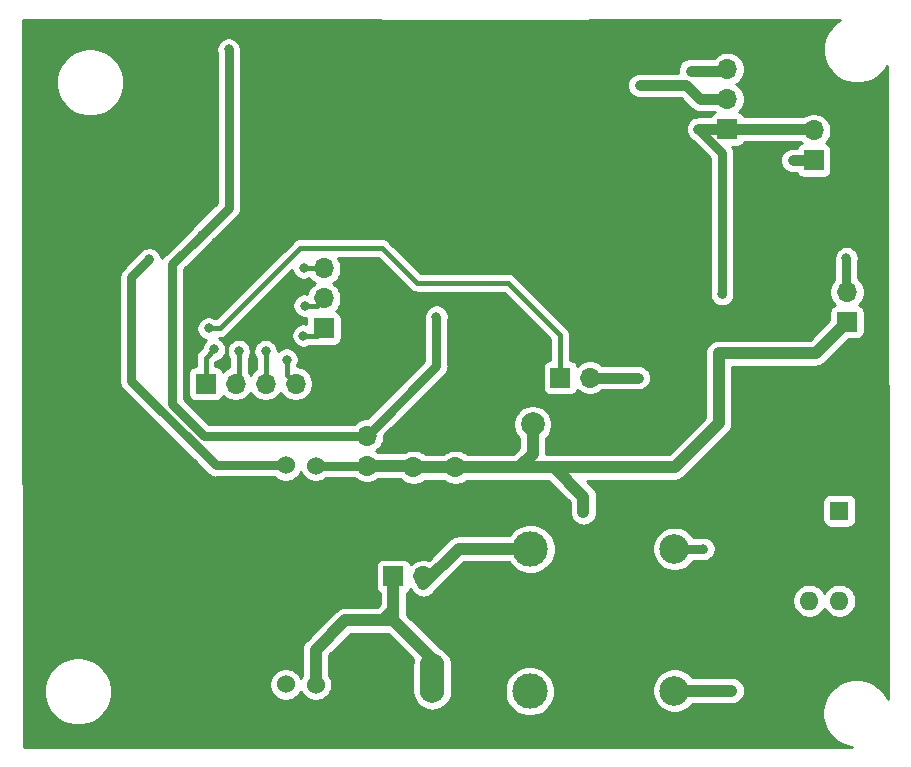
<source format=gbl>
G04 #@! TF.GenerationSoftware,KiCad,Pcbnew,(5.1.9)-1*
G04 #@! TF.CreationDate,2021-04-08T22:43:58+02:00*
G04 #@! TF.ProjectId,autopcb,6175746f-7063-4622-9e6b-696361645f70,rev?*
G04 #@! TF.SameCoordinates,Original*
G04 #@! TF.FileFunction,Copper,L2,Bot*
G04 #@! TF.FilePolarity,Positive*
%FSLAX46Y46*%
G04 Gerber Fmt 4.6, Leading zero omitted, Abs format (unit mm)*
G04 Created by KiCad (PCBNEW (5.1.9)-1) date 2021-04-08 22:43:58*
%MOMM*%
%LPD*%
G01*
G04 APERTURE LIST*
G04 #@! TA.AperFunction,ComponentPad*
%ADD10C,0.400000*%
G04 #@! TD*
G04 #@! TA.AperFunction,ComponentPad*
%ADD11O,1.700000X1.700000*%
G04 #@! TD*
G04 #@! TA.AperFunction,ComponentPad*
%ADD12R,1.700000X1.700000*%
G04 #@! TD*
G04 #@! TA.AperFunction,ComponentPad*
%ADD13C,1.524000*%
G04 #@! TD*
G04 #@! TA.AperFunction,ComponentPad*
%ADD14C,2.500000*%
G04 #@! TD*
G04 #@! TA.AperFunction,ComponentPad*
%ADD15C,3.000000*%
G04 #@! TD*
G04 #@! TA.AperFunction,ComponentPad*
%ADD16R,1.600000X1.600000*%
G04 #@! TD*
G04 #@! TA.AperFunction,ComponentPad*
%ADD17O,1.600000X1.600000*%
G04 #@! TD*
G04 #@! TA.AperFunction,ComponentPad*
%ADD18O,2.098040X4.198620*%
G04 #@! TD*
G04 #@! TA.AperFunction,ViaPad*
%ADD19C,0.800000*%
G04 #@! TD*
G04 #@! TA.AperFunction,ViaPad*
%ADD20C,2.000000*%
G04 #@! TD*
G04 #@! TA.AperFunction,Conductor*
%ADD21C,0.762000*%
G04 #@! TD*
G04 #@! TA.AperFunction,Conductor*
%ADD22C,0.406400*%
G04 #@! TD*
G04 #@! TA.AperFunction,Conductor*
%ADD23C,0.900000*%
G04 #@! TD*
G04 #@! TA.AperFunction,Conductor*
%ADD24C,1.016000*%
G04 #@! TD*
G04 #@! TA.AperFunction,Conductor*
%ADD25C,0.254000*%
G04 #@! TD*
G04 #@! TA.AperFunction,Conductor*
%ADD26C,0.100000*%
G04 #@! TD*
G04 APERTURE END LIST*
D10*
X142367000Y-49577500D03*
X143297000Y-50484000D03*
X144211400Y-49569600D03*
X145125800Y-50509400D03*
X146065600Y-49569600D03*
X146065600Y-47740800D03*
X144211400Y-47766200D03*
X142382600Y-47740800D03*
X143297000Y-46801000D03*
X145100400Y-46826400D03*
D11*
X173101000Y-50038000D03*
D12*
X173101000Y-52578000D03*
D13*
X130943200Y-78418640D03*
X128403200Y-78403400D03*
X120265040Y-78418640D03*
X117727580Y-78408480D03*
X117745360Y-96975880D03*
X120287900Y-96958100D03*
X128408280Y-96947940D03*
X130943200Y-96960640D03*
D11*
X165792000Y-42310000D03*
X165792000Y-44850000D03*
X165792000Y-47390000D03*
D12*
X165792000Y-49930000D03*
X151638000Y-70967600D03*
D11*
X154178000Y-70967600D03*
D12*
X131635500Y-66802000D03*
D11*
X131635500Y-64262000D03*
X131635500Y-61722000D03*
D12*
X121615200Y-71475600D03*
D11*
X124155200Y-71475600D03*
X126695200Y-71475600D03*
X129235200Y-71475600D03*
D14*
X161308900Y-85466100D03*
D15*
X149108900Y-85466100D03*
X149058900Y-97516100D03*
D14*
X161308900Y-97466100D03*
D15*
X163258900Y-91516100D03*
D16*
X175278900Y-82226100D03*
D17*
X172738900Y-89846100D03*
X172738900Y-82226100D03*
X175278900Y-89846100D03*
D18*
X135806180Y-96431100D03*
X140804900Y-96431100D03*
D12*
X135273900Y-80956100D03*
D11*
X135273900Y-78416100D03*
X135273900Y-75876100D03*
X139210900Y-78543100D03*
D12*
X139210900Y-81083100D03*
X142766900Y-81083100D03*
D11*
X142766900Y-78543100D03*
D12*
X175920400Y-66243200D03*
D11*
X175920400Y-63703200D03*
D12*
X137502900Y-87795100D03*
D11*
X140042900Y-87795100D03*
D19*
X163758700Y-85466100D03*
X121869200Y-66802000D03*
X158242000Y-70967600D03*
X129895600Y-67411600D03*
X129997200Y-64871600D03*
X129921000Y-61645800D03*
X124420800Y-68720800D03*
X126695200Y-68732400D03*
X128473200Y-69443600D03*
D20*
X138074400Y-69335600D03*
D19*
X126764900Y-41090800D03*
X168891000Y-42310000D03*
X169008400Y-59718600D03*
X139487000Y-60868200D03*
X117348000Y-54457600D03*
X120599200Y-65278000D03*
X149840900Y-81083100D03*
X157468000Y-41160000D03*
X155277600Y-65209200D03*
X116847800Y-60952200D03*
D20*
X149294700Y-74925900D03*
D19*
X165042800Y-68891200D03*
X166134900Y-97466100D03*
X153606500Y-82359500D03*
X163341000Y-49930000D03*
X123571000Y-43180000D03*
X121332600Y-58855000D03*
X141160400Y-65798600D03*
X165347800Y-63900200D03*
X171323000Y-52578000D03*
X122326400Y-68580000D03*
X162675000Y-44970000D03*
X158369000Y-46228000D03*
X175869600Y-60858400D03*
D21*
X161308900Y-85466100D02*
X163758700Y-85466100D01*
D22*
X151638000Y-67373500D02*
X151638000Y-70967600D01*
X147193000Y-62928500D02*
X151638000Y-67373500D01*
X136558038Y-60007500D02*
X139479038Y-62928500D01*
X129603500Y-60007500D02*
X136558038Y-60007500D01*
X139479038Y-62928500D02*
X147193000Y-62928500D01*
X122809000Y-66802000D02*
X129603500Y-60007500D01*
X121869200Y-66802000D02*
X122809000Y-66802000D01*
D23*
X154178000Y-70967600D02*
X158242000Y-70967600D01*
D22*
X131025900Y-67411600D02*
X131635500Y-66802000D01*
X129895600Y-67411600D02*
X131025900Y-67411600D01*
X131025900Y-64871600D02*
X131635500Y-64262000D01*
X129997200Y-64871600D02*
X131025900Y-64871600D01*
X131559300Y-61645800D02*
X131635500Y-61722000D01*
X129921000Y-61645800D02*
X131559300Y-61645800D01*
X124420800Y-71210000D02*
X124155200Y-71475600D01*
X124420800Y-68720800D02*
X124420800Y-71210000D01*
X126695200Y-68732400D02*
X126695200Y-71475600D01*
X128498600Y-70739000D02*
X129235200Y-71475600D01*
X128498600Y-69469000D02*
X128473200Y-69443600D01*
X128498600Y-70739000D02*
X128498600Y-69469000D01*
D23*
X165792000Y-42310000D02*
X168891000Y-42310000D01*
D24*
X139083900Y-80956100D02*
X139210900Y-81083100D01*
X135273900Y-80956100D02*
X139083900Y-80956100D01*
X139210900Y-81083100D02*
X142766900Y-81083100D01*
X122802500Y-80956100D02*
X120265040Y-78418640D01*
X135273900Y-80956100D02*
X122802500Y-80956100D01*
X123570900Y-100241100D02*
X120287900Y-96958100D01*
X130695700Y-100241100D02*
X123570900Y-100241100D01*
X134505700Y-96431100D02*
X130695700Y-100241100D01*
X135806180Y-96431100D02*
X134505700Y-96431100D01*
X142766900Y-81083100D02*
X149840900Y-81083100D01*
D23*
X164642000Y-41160000D02*
X165792000Y-42310000D01*
X157468000Y-41160000D02*
X164642000Y-41160000D01*
D24*
X153924300Y-100850700D02*
X163258900Y-91516100D01*
X140195300Y-100850700D02*
X153924300Y-100850700D01*
X137154338Y-97809738D02*
X140195300Y-100850700D01*
X137154338Y-97779258D02*
X137154338Y-97809738D01*
X135806180Y-96431100D02*
X137154338Y-97779258D01*
D21*
X135271360Y-78418640D02*
X135273900Y-78416100D01*
X130943200Y-78418640D02*
X135271360Y-78418640D01*
D24*
X139083900Y-78416100D02*
X139210900Y-78543100D01*
X135273900Y-78416100D02*
X139083900Y-78416100D01*
X139210900Y-78543100D02*
X142766900Y-78543100D01*
X161308900Y-97466100D02*
X166134900Y-97466100D01*
X153606500Y-81038700D02*
X151110900Y-78543100D01*
X153606500Y-82359500D02*
X153606500Y-81038700D01*
X161347100Y-78543100D02*
X165042800Y-74847400D01*
X151110900Y-78543100D02*
X161347100Y-78543100D01*
X165042800Y-74847400D02*
X165042800Y-71240700D01*
X167646300Y-68891200D02*
X173272400Y-68891200D01*
X173272400Y-68891200D02*
X175920400Y-66243200D01*
X165042800Y-68891200D02*
X165042800Y-70542200D01*
X165042800Y-71240700D02*
X165042800Y-70542200D01*
D21*
X115316000Y-62484000D02*
X115316000Y-71247000D01*
X116847800Y-60952200D02*
X115316000Y-62484000D01*
X122472400Y-78403400D02*
X128403200Y-78403400D01*
X115316000Y-71247000D02*
X122472400Y-78403400D01*
D24*
X167646300Y-68891200D02*
X166490700Y-68891200D01*
X166490700Y-68891200D02*
X165042800Y-68891200D01*
X167062200Y-68891200D02*
X166490700Y-68891200D01*
X149294700Y-77400300D02*
X148151900Y-78543100D01*
X149294700Y-74925900D02*
X149294700Y-77400300D01*
X148151900Y-78543100D02*
X142766900Y-78543100D01*
X151110900Y-78543100D02*
X148151900Y-78543100D01*
D23*
X165792000Y-49930000D02*
X163341000Y-49930000D01*
X172993000Y-49930000D02*
X173101000Y-50038000D01*
X165792000Y-49930000D02*
X172993000Y-49930000D01*
D21*
X165347800Y-51936800D02*
X163341000Y-49930000D01*
X165347800Y-63900200D02*
X165347800Y-51936800D01*
X118808400Y-61379200D02*
X118757600Y-61379200D01*
X121332600Y-58855000D02*
X118808400Y-61379200D01*
X123399550Y-56788050D02*
X121332600Y-58855000D01*
X123571000Y-56616600D02*
X123399550Y-56788050D01*
X123571000Y-43180000D02*
X123571000Y-56616600D01*
X135273900Y-75876100D02*
X121469100Y-75876100D01*
X118808400Y-73215400D02*
X118808400Y-61379200D01*
X121469100Y-75876100D02*
X118808400Y-73215400D01*
X141160400Y-69989600D02*
X141160400Y-65798600D01*
X135273900Y-75876100D02*
X141160400Y-69989600D01*
D23*
X173101000Y-52578000D02*
X171323000Y-52578000D01*
D22*
X121615200Y-69291200D02*
X122326400Y-68580000D01*
X121615200Y-71475600D02*
X121615200Y-69291200D01*
D24*
X140804900Y-96431100D02*
X140804900Y-94805500D01*
X140804900Y-94805500D02*
X137502900Y-91503500D01*
X130943200Y-93999200D02*
X130943200Y-96960640D01*
X133438900Y-91503500D02*
X130943200Y-93999200D01*
X136639300Y-91503500D02*
X137502900Y-90639900D01*
X136334500Y-91503500D02*
X136639300Y-91503500D01*
X137502900Y-90639900D02*
X137502900Y-87795100D01*
X137502900Y-91503500D02*
X137502900Y-90639900D01*
X137502900Y-91503500D02*
X136334500Y-91503500D01*
X136334500Y-91503500D02*
X133438900Y-91503500D01*
D23*
X165672000Y-44970000D02*
X165792000Y-44850000D01*
X162675000Y-44970000D02*
X165672000Y-44970000D01*
X158369000Y-46228000D02*
X162306000Y-46228000D01*
X162306000Y-46228000D02*
X163468000Y-47390000D01*
X163468000Y-47390000D02*
X165792000Y-47390000D01*
D24*
X143027918Y-85466100D02*
X149108900Y-85466100D01*
X140042900Y-88451118D02*
X143027918Y-85466100D01*
X140042900Y-87795100D02*
X140042900Y-88451118D01*
D21*
X175869600Y-63652400D02*
X175920400Y-63703200D01*
X175869600Y-60858400D02*
X175869600Y-63652400D01*
D25*
X136349537Y-40673049D02*
X136611839Y-40760483D01*
X136636116Y-40766003D01*
X136652000Y-40767000D01*
X153924000Y-40767000D01*
X153948776Y-40764560D01*
X153980796Y-40753592D01*
X154132145Y-40677917D01*
X175327083Y-40683720D01*
X174944920Y-40939074D01*
X174543074Y-41340920D01*
X174227346Y-41813440D01*
X174009869Y-42338477D01*
X173899000Y-42895852D01*
X173899000Y-43464148D01*
X174009869Y-44021523D01*
X174227346Y-44546560D01*
X174543074Y-45019080D01*
X174944920Y-45420926D01*
X175417440Y-45736654D01*
X175942477Y-45954131D01*
X176499852Y-46065000D01*
X177068148Y-46065000D01*
X177625523Y-45954131D01*
X178150560Y-45736654D01*
X178623080Y-45420926D01*
X179024926Y-45019080D01*
X179318311Y-44579998D01*
X179357081Y-98203901D01*
X179277154Y-98010940D01*
X178961426Y-97538420D01*
X178559580Y-97136574D01*
X178087060Y-96820846D01*
X177562023Y-96603369D01*
X177004648Y-96492500D01*
X176436352Y-96492500D01*
X175878977Y-96603369D01*
X175353940Y-96820846D01*
X174881420Y-97136574D01*
X174479574Y-97538420D01*
X174163846Y-98010940D01*
X173946369Y-98535977D01*
X173835500Y-99093352D01*
X173835500Y-99661648D01*
X173946369Y-100219023D01*
X174163846Y-100744060D01*
X174479574Y-101216580D01*
X174881420Y-101618426D01*
X175353940Y-101934154D01*
X175878977Y-102151631D01*
X176369123Y-102249127D01*
X106221447Y-102261084D01*
X106217406Y-97251852D01*
X107922500Y-97251852D01*
X107922500Y-97820148D01*
X108033369Y-98377523D01*
X108250846Y-98902560D01*
X108566574Y-99375080D01*
X108968420Y-99776926D01*
X109440940Y-100092654D01*
X109965977Y-100310131D01*
X110523352Y-100421000D01*
X111091648Y-100421000D01*
X111649023Y-100310131D01*
X112174060Y-100092654D01*
X112646580Y-99776926D01*
X113048426Y-99375080D01*
X113364154Y-98902560D01*
X113581631Y-98377523D01*
X113692500Y-97820148D01*
X113692500Y-97251852D01*
X113604680Y-96810348D01*
X127011280Y-96810348D01*
X127011280Y-97085532D01*
X127064966Y-97355430D01*
X127170275Y-97609667D01*
X127323160Y-97838475D01*
X127517745Y-98033060D01*
X127746553Y-98185945D01*
X128000790Y-98291254D01*
X128270688Y-98344940D01*
X128545872Y-98344940D01*
X128815770Y-98291254D01*
X129070007Y-98185945D01*
X129298815Y-98033060D01*
X129493400Y-97838475D01*
X129646285Y-97609667D01*
X129673110Y-97544907D01*
X129705195Y-97622367D01*
X129858080Y-97851175D01*
X130052665Y-98045760D01*
X130281473Y-98198645D01*
X130535710Y-98303954D01*
X130805608Y-98357640D01*
X131080792Y-98357640D01*
X131350690Y-98303954D01*
X131604927Y-98198645D01*
X131833735Y-98045760D01*
X132028320Y-97851175D01*
X132181205Y-97622367D01*
X132286514Y-97368130D01*
X132340200Y-97098232D01*
X132340200Y-96823048D01*
X132286514Y-96553150D01*
X132181205Y-96298913D01*
X132086200Y-96156728D01*
X132086200Y-94472645D01*
X133912346Y-92646500D01*
X136583161Y-92646500D01*
X136639300Y-92652029D01*
X136695439Y-92646500D01*
X137029455Y-92646500D01*
X139212369Y-94829415D01*
X139145248Y-95050684D01*
X139120881Y-95298083D01*
X139120880Y-97564116D01*
X139145247Y-97811515D01*
X139241541Y-98128954D01*
X139397914Y-98421507D01*
X139608357Y-98677933D01*
X139864782Y-98888376D01*
X140157335Y-99044749D01*
X140474774Y-99141043D01*
X140804900Y-99173558D01*
X141135025Y-99141043D01*
X141452464Y-99044749D01*
X141745017Y-98888376D01*
X142001443Y-98677933D01*
X142211886Y-98421508D01*
X142368259Y-98128955D01*
X142464553Y-97811516D01*
X142488920Y-97564117D01*
X142488920Y-97305821D01*
X146923900Y-97305821D01*
X146923900Y-97726379D01*
X147005947Y-98138856D01*
X147166888Y-98527402D01*
X147400537Y-98877083D01*
X147697917Y-99174463D01*
X148047598Y-99408112D01*
X148436144Y-99569053D01*
X148848621Y-99651100D01*
X149269179Y-99651100D01*
X149681656Y-99569053D01*
X150070202Y-99408112D01*
X150419883Y-99174463D01*
X150717263Y-98877083D01*
X150950912Y-98527402D01*
X151111853Y-98138856D01*
X151193900Y-97726379D01*
X151193900Y-97305821D01*
X151188853Y-97280444D01*
X159423900Y-97280444D01*
X159423900Y-97651756D01*
X159496339Y-98015934D01*
X159638434Y-98358982D01*
X159844725Y-98667718D01*
X160107282Y-98930275D01*
X160416018Y-99136566D01*
X160759066Y-99278661D01*
X161123244Y-99351100D01*
X161494556Y-99351100D01*
X161858734Y-99278661D01*
X162201782Y-99136566D01*
X162510518Y-98930275D01*
X162773075Y-98667718D01*
X162812242Y-98609100D01*
X166191046Y-98609100D01*
X166358967Y-98592561D01*
X166574423Y-98527203D01*
X166772989Y-98421068D01*
X166947033Y-98278233D01*
X167089868Y-98104189D01*
X167196003Y-97905623D01*
X167261361Y-97690167D01*
X167283430Y-97466100D01*
X167261361Y-97242033D01*
X167196003Y-97026577D01*
X167089868Y-96828011D01*
X166947033Y-96653967D01*
X166772989Y-96511132D01*
X166574423Y-96404997D01*
X166358967Y-96339639D01*
X166191046Y-96323100D01*
X162812242Y-96323100D01*
X162773075Y-96264482D01*
X162510518Y-96001925D01*
X162201782Y-95795634D01*
X161858734Y-95653539D01*
X161494556Y-95581100D01*
X161123244Y-95581100D01*
X160759066Y-95653539D01*
X160416018Y-95795634D01*
X160107282Y-96001925D01*
X159844725Y-96264482D01*
X159638434Y-96573218D01*
X159496339Y-96916266D01*
X159423900Y-97280444D01*
X151188853Y-97280444D01*
X151111853Y-96893344D01*
X150950912Y-96504798D01*
X150717263Y-96155117D01*
X150419883Y-95857737D01*
X150070202Y-95624088D01*
X149681656Y-95463147D01*
X149269179Y-95381100D01*
X148848621Y-95381100D01*
X148436144Y-95463147D01*
X148047598Y-95624088D01*
X147697917Y-95857737D01*
X147400537Y-96155117D01*
X147166888Y-96504798D01*
X147005947Y-96893344D01*
X146923900Y-97305821D01*
X142488920Y-97305821D01*
X142488920Y-95298083D01*
X142464553Y-95050684D01*
X142368259Y-94733245D01*
X142211886Y-94440692D01*
X142001443Y-94184267D01*
X141745018Y-93973824D01*
X141452465Y-93817451D01*
X141424951Y-93809105D01*
X138645900Y-91030055D01*
X138645900Y-90696039D01*
X138651429Y-90639900D01*
X138645900Y-90583761D01*
X138645900Y-89704765D01*
X171303900Y-89704765D01*
X171303900Y-89987435D01*
X171359047Y-90264674D01*
X171467220Y-90525827D01*
X171624263Y-90760859D01*
X171824141Y-90960737D01*
X172059173Y-91117780D01*
X172320326Y-91225953D01*
X172597565Y-91281100D01*
X172880235Y-91281100D01*
X173157474Y-91225953D01*
X173418627Y-91117780D01*
X173653659Y-90960737D01*
X173853537Y-90760859D01*
X174008900Y-90528341D01*
X174164263Y-90760859D01*
X174364141Y-90960737D01*
X174599173Y-91117780D01*
X174860326Y-91225953D01*
X175137565Y-91281100D01*
X175420235Y-91281100D01*
X175697474Y-91225953D01*
X175958627Y-91117780D01*
X176193659Y-90960737D01*
X176393537Y-90760859D01*
X176550580Y-90525827D01*
X176658753Y-90264674D01*
X176713900Y-89987435D01*
X176713900Y-89704765D01*
X176658753Y-89427526D01*
X176550580Y-89166373D01*
X176393537Y-88931341D01*
X176193659Y-88731463D01*
X175958627Y-88574420D01*
X175697474Y-88466247D01*
X175420235Y-88411100D01*
X175137565Y-88411100D01*
X174860326Y-88466247D01*
X174599173Y-88574420D01*
X174364141Y-88731463D01*
X174164263Y-88931341D01*
X174008900Y-89163859D01*
X173853537Y-88931341D01*
X173653659Y-88731463D01*
X173418627Y-88574420D01*
X173157474Y-88466247D01*
X172880235Y-88411100D01*
X172597565Y-88411100D01*
X172320326Y-88466247D01*
X172059173Y-88574420D01*
X171824141Y-88731463D01*
X171624263Y-88931341D01*
X171467220Y-89166373D01*
X171359047Y-89427526D01*
X171303900Y-89704765D01*
X138645900Y-89704765D01*
X138645900Y-89208507D01*
X138707394Y-89175637D01*
X138804085Y-89096285D01*
X138883437Y-88999594D01*
X138942402Y-88889280D01*
X138961893Y-88825027D01*
X138981797Y-88890641D01*
X139087933Y-89089207D01*
X139151262Y-89166373D01*
X139230767Y-89263251D01*
X139274379Y-89299042D01*
X139404812Y-89406086D01*
X139603378Y-89512221D01*
X139753475Y-89557753D01*
X139818833Y-89577579D01*
X139831200Y-89578797D01*
X140042900Y-89599648D01*
X140266967Y-89577579D01*
X140482423Y-89512221D01*
X140680989Y-89406086D01*
X140855033Y-89263251D01*
X140890827Y-89219636D01*
X143501364Y-86609100D01*
X147304886Y-86609100D01*
X147450537Y-86827083D01*
X147747917Y-87124463D01*
X148097598Y-87358112D01*
X148486144Y-87519053D01*
X148898621Y-87601100D01*
X149319179Y-87601100D01*
X149731656Y-87519053D01*
X150120202Y-87358112D01*
X150469883Y-87124463D01*
X150767263Y-86827083D01*
X151000912Y-86477402D01*
X151161853Y-86088856D01*
X151243900Y-85676379D01*
X151243900Y-85280444D01*
X159423900Y-85280444D01*
X159423900Y-85651756D01*
X159496339Y-86015934D01*
X159638434Y-86358982D01*
X159844725Y-86667718D01*
X160107282Y-86930275D01*
X160416018Y-87136566D01*
X160759066Y-87278661D01*
X161123244Y-87351100D01*
X161494556Y-87351100D01*
X161858734Y-87278661D01*
X162201782Y-87136566D01*
X162510518Y-86930275D01*
X162773075Y-86667718D01*
X162897101Y-86482100D01*
X163561241Y-86482100D01*
X163656761Y-86501100D01*
X163860639Y-86501100D01*
X164060598Y-86461326D01*
X164248956Y-86383305D01*
X164418474Y-86270037D01*
X164562637Y-86125874D01*
X164675905Y-85956356D01*
X164753926Y-85767998D01*
X164793700Y-85568039D01*
X164793700Y-85364161D01*
X164753926Y-85164202D01*
X164675905Y-84975844D01*
X164562637Y-84806326D01*
X164418474Y-84662163D01*
X164248956Y-84548895D01*
X164060598Y-84470874D01*
X163860639Y-84431100D01*
X163656761Y-84431100D01*
X163561241Y-84450100D01*
X162897101Y-84450100D01*
X162773075Y-84264482D01*
X162510518Y-84001925D01*
X162201782Y-83795634D01*
X161858734Y-83653539D01*
X161494556Y-83581100D01*
X161123244Y-83581100D01*
X160759066Y-83653539D01*
X160416018Y-83795634D01*
X160107282Y-84001925D01*
X159844725Y-84264482D01*
X159638434Y-84573218D01*
X159496339Y-84916266D01*
X159423900Y-85280444D01*
X151243900Y-85280444D01*
X151243900Y-85255821D01*
X151161853Y-84843344D01*
X151000912Y-84454798D01*
X150767263Y-84105117D01*
X150469883Y-83807737D01*
X150120202Y-83574088D01*
X149731656Y-83413147D01*
X149319179Y-83331100D01*
X148898621Y-83331100D01*
X148486144Y-83413147D01*
X148097598Y-83574088D01*
X147747917Y-83807737D01*
X147450537Y-84105117D01*
X147304886Y-84323100D01*
X143084057Y-84323100D01*
X143027918Y-84317571D01*
X142971779Y-84323100D01*
X142971772Y-84323100D01*
X142824435Y-84337612D01*
X142803850Y-84339639D01*
X142738492Y-84359465D01*
X142588395Y-84404997D01*
X142389829Y-84511132D01*
X142215785Y-84653967D01*
X142179995Y-84697577D01*
X140500345Y-86377228D01*
X140476058Y-86367168D01*
X140189160Y-86310100D01*
X139896640Y-86310100D01*
X139609742Y-86367168D01*
X139339489Y-86479110D01*
X139096268Y-86641625D01*
X138964413Y-86773480D01*
X138942402Y-86700920D01*
X138883437Y-86590606D01*
X138804085Y-86493915D01*
X138707394Y-86414563D01*
X138597080Y-86355598D01*
X138477382Y-86319288D01*
X138352900Y-86307028D01*
X136652900Y-86307028D01*
X136528418Y-86319288D01*
X136408720Y-86355598D01*
X136298406Y-86414563D01*
X136201715Y-86493915D01*
X136122363Y-86590606D01*
X136063398Y-86700920D01*
X136027088Y-86820618D01*
X136014828Y-86945100D01*
X136014828Y-88645100D01*
X136027088Y-88769582D01*
X136063398Y-88889280D01*
X136122363Y-88999594D01*
X136201715Y-89096285D01*
X136298406Y-89175637D01*
X136359901Y-89208507D01*
X136359900Y-90166454D01*
X136165855Y-90360500D01*
X133495039Y-90360500D01*
X133438900Y-90354971D01*
X133382761Y-90360500D01*
X133382754Y-90360500D01*
X133235417Y-90375012D01*
X133214832Y-90377039D01*
X133149474Y-90396865D01*
X132999377Y-90442397D01*
X132800811Y-90548532D01*
X132626767Y-90691367D01*
X132590977Y-90734977D01*
X130174682Y-93151273D01*
X130131067Y-93187067D01*
X129988232Y-93361112D01*
X129882097Y-93559678D01*
X129816739Y-93775134D01*
X129800200Y-93943055D01*
X129800200Y-93943061D01*
X129794671Y-93999200D01*
X129800200Y-94055339D01*
X129800201Y-96156727D01*
X129705195Y-96298913D01*
X129678370Y-96363673D01*
X129646285Y-96286213D01*
X129493400Y-96057405D01*
X129298815Y-95862820D01*
X129070007Y-95709935D01*
X128815770Y-95604626D01*
X128545872Y-95550940D01*
X128270688Y-95550940D01*
X128000790Y-95604626D01*
X127746553Y-95709935D01*
X127517745Y-95862820D01*
X127323160Y-96057405D01*
X127170275Y-96286213D01*
X127064966Y-96540450D01*
X127011280Y-96810348D01*
X113604680Y-96810348D01*
X113581631Y-96694477D01*
X113364154Y-96169440D01*
X113048426Y-95696920D01*
X112646580Y-95295074D01*
X112174060Y-94979346D01*
X111649023Y-94761869D01*
X111091648Y-94651000D01*
X110523352Y-94651000D01*
X109965977Y-94761869D01*
X109440940Y-94979346D01*
X108968420Y-95295074D01*
X108566574Y-95696920D01*
X108250846Y-96169440D01*
X108033369Y-96694477D01*
X107922500Y-97251852D01*
X106217406Y-97251852D01*
X106189357Y-62484000D01*
X114295085Y-62484000D01*
X114300000Y-62533902D01*
X114300001Y-71197088D01*
X114295085Y-71247000D01*
X114314702Y-71446170D01*
X114350771Y-71565071D01*
X114372799Y-71637687D01*
X114467141Y-71814190D01*
X114594105Y-71968896D01*
X114632868Y-72000708D01*
X121718692Y-79086533D01*
X121750504Y-79125296D01*
X121905210Y-79252260D01*
X122016268Y-79311621D01*
X122081712Y-79346602D01*
X122273229Y-79404698D01*
X122472400Y-79424315D01*
X122522302Y-79419400D01*
X127443545Y-79419400D01*
X127512665Y-79488520D01*
X127741473Y-79641405D01*
X127995710Y-79746714D01*
X128265608Y-79800400D01*
X128540792Y-79800400D01*
X128810690Y-79746714D01*
X129064927Y-79641405D01*
X129293735Y-79488520D01*
X129488320Y-79293935D01*
X129641205Y-79065127D01*
X129670044Y-78995505D01*
X129705195Y-79080367D01*
X129858080Y-79309175D01*
X130052665Y-79503760D01*
X130281473Y-79656645D01*
X130535710Y-79761954D01*
X130805608Y-79815640D01*
X131080792Y-79815640D01*
X131350690Y-79761954D01*
X131604927Y-79656645D01*
X131833735Y-79503760D01*
X131902855Y-79434640D01*
X134192333Y-79434640D01*
X134327268Y-79569575D01*
X134570489Y-79732090D01*
X134840742Y-79844032D01*
X135127640Y-79901100D01*
X135420160Y-79901100D01*
X135707058Y-79844032D01*
X135977311Y-79732090D01*
X136220532Y-79569575D01*
X136231007Y-79559100D01*
X138126793Y-79559100D01*
X138264268Y-79696575D01*
X138507489Y-79859090D01*
X138777742Y-79971032D01*
X139064640Y-80028100D01*
X139357160Y-80028100D01*
X139644058Y-79971032D01*
X139914311Y-79859090D01*
X140157532Y-79696575D01*
X140168007Y-79686100D01*
X141809793Y-79686100D01*
X141820268Y-79696575D01*
X142063489Y-79859090D01*
X142333742Y-79971032D01*
X142620640Y-80028100D01*
X142913160Y-80028100D01*
X143200058Y-79971032D01*
X143470311Y-79859090D01*
X143713532Y-79696575D01*
X143724007Y-79686100D01*
X148095761Y-79686100D01*
X148151900Y-79691629D01*
X148208039Y-79686100D01*
X150637455Y-79686100D01*
X152463500Y-81512147D01*
X152463500Y-82415645D01*
X152480039Y-82583566D01*
X152545397Y-82799022D01*
X152651532Y-82997588D01*
X152794367Y-83171633D01*
X152968411Y-83314468D01*
X153166977Y-83420603D01*
X153382433Y-83485961D01*
X153606500Y-83508030D01*
X153830566Y-83485961D01*
X154046022Y-83420603D01*
X154244588Y-83314468D01*
X154418633Y-83171633D01*
X154561468Y-82997589D01*
X154667603Y-82799023D01*
X154732961Y-82583567D01*
X154749500Y-82415646D01*
X154749500Y-81426100D01*
X173840828Y-81426100D01*
X173840828Y-83026100D01*
X173853088Y-83150582D01*
X173889398Y-83270280D01*
X173948363Y-83380594D01*
X174027715Y-83477285D01*
X174124406Y-83556637D01*
X174234720Y-83615602D01*
X174354418Y-83651912D01*
X174478900Y-83664172D01*
X176078900Y-83664172D01*
X176203382Y-83651912D01*
X176323080Y-83615602D01*
X176433394Y-83556637D01*
X176530085Y-83477285D01*
X176609437Y-83380594D01*
X176668402Y-83270280D01*
X176704712Y-83150582D01*
X176716972Y-83026100D01*
X176716972Y-81426100D01*
X176704712Y-81301618D01*
X176668402Y-81181920D01*
X176609437Y-81071606D01*
X176530085Y-80974915D01*
X176433394Y-80895563D01*
X176323080Y-80836598D01*
X176203382Y-80800288D01*
X176078900Y-80788028D01*
X174478900Y-80788028D01*
X174354418Y-80800288D01*
X174234720Y-80836598D01*
X174124406Y-80895563D01*
X174027715Y-80974915D01*
X173948363Y-81071606D01*
X173889398Y-81181920D01*
X173853088Y-81301618D01*
X173840828Y-81426100D01*
X154749500Y-81426100D01*
X154749500Y-81094838D01*
X154755029Y-81038699D01*
X154749500Y-80982560D01*
X154749500Y-80982554D01*
X154732961Y-80814633D01*
X154728610Y-80800288D01*
X154713135Y-80749274D01*
X154667603Y-80599177D01*
X154561468Y-80400611D01*
X154545223Y-80380817D01*
X154454424Y-80270177D01*
X154454418Y-80270171D01*
X154418633Y-80226567D01*
X154375028Y-80190781D01*
X153870347Y-79686100D01*
X161290961Y-79686100D01*
X161347100Y-79691629D01*
X161403239Y-79686100D01*
X161403246Y-79686100D01*
X161571167Y-79669561D01*
X161786623Y-79604203D01*
X161985189Y-79498068D01*
X162159233Y-79355233D01*
X162195027Y-79311618D01*
X165811324Y-75695322D01*
X165854933Y-75659533D01*
X165997768Y-75485489D01*
X166103903Y-75286923D01*
X166149435Y-75136826D01*
X166169261Y-75071468D01*
X166182909Y-74932898D01*
X166185800Y-74903546D01*
X166185800Y-74903540D01*
X166191329Y-74847401D01*
X166185800Y-74791262D01*
X166185800Y-70034200D01*
X173216261Y-70034200D01*
X173272400Y-70039729D01*
X173328539Y-70034200D01*
X173328546Y-70034200D01*
X173496467Y-70017661D01*
X173711923Y-69952303D01*
X173910489Y-69846168D01*
X174084533Y-69703333D01*
X174120327Y-69659718D01*
X176048774Y-67731272D01*
X176770400Y-67731272D01*
X176894882Y-67719012D01*
X177014580Y-67682702D01*
X177124894Y-67623737D01*
X177221585Y-67544385D01*
X177300937Y-67447694D01*
X177359902Y-67337380D01*
X177396212Y-67217682D01*
X177408472Y-67093200D01*
X177408472Y-65393200D01*
X177396212Y-65268718D01*
X177359902Y-65149020D01*
X177300937Y-65038706D01*
X177221585Y-64942015D01*
X177124894Y-64862663D01*
X177014580Y-64803698D01*
X176942020Y-64781687D01*
X177073875Y-64649832D01*
X177236390Y-64406611D01*
X177348332Y-64136358D01*
X177405400Y-63849460D01*
X177405400Y-63556940D01*
X177348332Y-63270042D01*
X177236390Y-62999789D01*
X177073875Y-62756568D01*
X176885600Y-62568293D01*
X176885600Y-61055859D01*
X176904600Y-60960339D01*
X176904600Y-60756461D01*
X176864826Y-60556502D01*
X176786805Y-60368144D01*
X176673537Y-60198626D01*
X176529374Y-60054463D01*
X176359856Y-59941195D01*
X176171498Y-59863174D01*
X175971539Y-59823400D01*
X175767661Y-59823400D01*
X175567702Y-59863174D01*
X175379344Y-59941195D01*
X175209826Y-60054463D01*
X175065663Y-60198626D01*
X174952395Y-60368144D01*
X174874374Y-60556502D01*
X174834600Y-60756461D01*
X174834600Y-60960339D01*
X174853600Y-61055860D01*
X174853601Y-62669892D01*
X174766925Y-62756568D01*
X174604410Y-62999789D01*
X174492468Y-63270042D01*
X174435400Y-63556940D01*
X174435400Y-63849460D01*
X174492468Y-64136358D01*
X174604410Y-64406611D01*
X174766925Y-64649832D01*
X174898780Y-64781687D01*
X174826220Y-64803698D01*
X174715906Y-64862663D01*
X174619215Y-64942015D01*
X174539863Y-65038706D01*
X174480898Y-65149020D01*
X174444588Y-65268718D01*
X174432328Y-65393200D01*
X174432328Y-66114826D01*
X172798955Y-67748200D01*
X165098946Y-67748200D01*
X165042800Y-67742670D01*
X164986654Y-67748200D01*
X164818733Y-67764739D01*
X164603277Y-67830097D01*
X164404711Y-67936232D01*
X164230667Y-68079067D01*
X164087832Y-68253111D01*
X163981697Y-68451677D01*
X163916339Y-68667133D01*
X163894270Y-68891200D01*
X163899800Y-68947346D01*
X163899800Y-71296845D01*
X163899801Y-71296855D01*
X163899800Y-74373954D01*
X160873655Y-77400100D01*
X151167039Y-77400100D01*
X151110900Y-77394571D01*
X151054761Y-77400100D01*
X150443209Y-77400100D01*
X150437700Y-77344162D01*
X150437700Y-76095139D01*
X150564687Y-75968152D01*
X150743618Y-75700363D01*
X150866868Y-75402812D01*
X150929700Y-75086933D01*
X150929700Y-74764867D01*
X150866868Y-74448988D01*
X150743618Y-74151437D01*
X150564687Y-73883648D01*
X150336952Y-73655913D01*
X150069163Y-73476982D01*
X149771612Y-73353732D01*
X149455733Y-73290900D01*
X149133667Y-73290900D01*
X148817788Y-73353732D01*
X148520237Y-73476982D01*
X148252448Y-73655913D01*
X148024713Y-73883648D01*
X147845782Y-74151437D01*
X147722532Y-74448988D01*
X147659700Y-74764867D01*
X147659700Y-75086933D01*
X147722532Y-75402812D01*
X147845782Y-75700363D01*
X148024713Y-75968152D01*
X148151700Y-76095139D01*
X148151701Y-76926853D01*
X147678454Y-77400100D01*
X143724007Y-77400100D01*
X143713532Y-77389625D01*
X143470311Y-77227110D01*
X143200058Y-77115168D01*
X142913160Y-77058100D01*
X142620640Y-77058100D01*
X142333742Y-77115168D01*
X142063489Y-77227110D01*
X141820268Y-77389625D01*
X141809793Y-77400100D01*
X140168007Y-77400100D01*
X140157532Y-77389625D01*
X139914311Y-77227110D01*
X139644058Y-77115168D01*
X139357160Y-77058100D01*
X139064640Y-77058100D01*
X138777742Y-77115168D01*
X138507489Y-77227110D01*
X138438660Y-77273100D01*
X136231007Y-77273100D01*
X136220532Y-77262625D01*
X136046140Y-77146100D01*
X136220532Y-77029575D01*
X136427375Y-76822732D01*
X136589890Y-76579511D01*
X136701832Y-76309258D01*
X136758900Y-76022360D01*
X136758900Y-75827940D01*
X141843533Y-70743308D01*
X141882296Y-70711496D01*
X142009260Y-70556790D01*
X142103602Y-70380287D01*
X142161698Y-70188771D01*
X142176400Y-70039502D01*
X142176400Y-70039501D01*
X142181315Y-69989601D01*
X142176400Y-69939699D01*
X142176400Y-65996059D01*
X142195400Y-65900539D01*
X142195400Y-65696661D01*
X142155626Y-65496702D01*
X142077605Y-65308344D01*
X141964337Y-65138826D01*
X141820174Y-64994663D01*
X141650656Y-64881395D01*
X141462298Y-64803374D01*
X141262339Y-64763600D01*
X141058461Y-64763600D01*
X140858502Y-64803374D01*
X140670144Y-64881395D01*
X140500626Y-64994663D01*
X140356463Y-65138826D01*
X140243195Y-65308344D01*
X140165174Y-65496702D01*
X140125400Y-65696661D01*
X140125400Y-65900539D01*
X140144401Y-65996064D01*
X140144400Y-69568759D01*
X135322060Y-74391100D01*
X135127640Y-74391100D01*
X134840742Y-74448168D01*
X134570489Y-74560110D01*
X134327268Y-74722625D01*
X134189793Y-74860100D01*
X121889941Y-74860100D01*
X119824400Y-72794560D01*
X119824400Y-70625600D01*
X120127128Y-70625600D01*
X120127128Y-72325600D01*
X120139388Y-72450082D01*
X120175698Y-72569780D01*
X120234663Y-72680094D01*
X120314015Y-72776785D01*
X120410706Y-72856137D01*
X120521020Y-72915102D01*
X120640718Y-72951412D01*
X120765200Y-72963672D01*
X122465200Y-72963672D01*
X122589682Y-72951412D01*
X122709380Y-72915102D01*
X122819694Y-72856137D01*
X122916385Y-72776785D01*
X122995737Y-72680094D01*
X123054702Y-72569780D01*
X123076713Y-72497220D01*
X123208568Y-72629075D01*
X123451789Y-72791590D01*
X123722042Y-72903532D01*
X124008940Y-72960600D01*
X124301460Y-72960600D01*
X124588358Y-72903532D01*
X124858611Y-72791590D01*
X125101832Y-72629075D01*
X125308675Y-72422232D01*
X125425200Y-72247840D01*
X125541725Y-72422232D01*
X125748568Y-72629075D01*
X125991789Y-72791590D01*
X126262042Y-72903532D01*
X126548940Y-72960600D01*
X126841460Y-72960600D01*
X127128358Y-72903532D01*
X127398611Y-72791590D01*
X127641832Y-72629075D01*
X127848675Y-72422232D01*
X127965200Y-72247840D01*
X128081725Y-72422232D01*
X128288568Y-72629075D01*
X128531789Y-72791590D01*
X128802042Y-72903532D01*
X129088940Y-72960600D01*
X129381460Y-72960600D01*
X129668358Y-72903532D01*
X129938611Y-72791590D01*
X130181832Y-72629075D01*
X130388675Y-72422232D01*
X130551190Y-72179011D01*
X130663132Y-71908758D01*
X130720200Y-71621860D01*
X130720200Y-71329340D01*
X130663132Y-71042442D01*
X130551190Y-70772189D01*
X130388675Y-70528968D01*
X130181832Y-70322125D01*
X129938611Y-70159610D01*
X129668358Y-70047668D01*
X129381460Y-69990600D01*
X129352490Y-69990600D01*
X129390405Y-69933856D01*
X129468426Y-69745498D01*
X129508200Y-69545539D01*
X129508200Y-69341661D01*
X129468426Y-69141702D01*
X129390405Y-68953344D01*
X129277137Y-68783826D01*
X129132974Y-68639663D01*
X128963456Y-68526395D01*
X128775098Y-68448374D01*
X128575139Y-68408600D01*
X128371261Y-68408600D01*
X128171302Y-68448374D01*
X127982944Y-68526395D01*
X127813426Y-68639663D01*
X127730200Y-68722889D01*
X127730200Y-68630461D01*
X127690426Y-68430502D01*
X127612405Y-68242144D01*
X127499137Y-68072626D01*
X127354974Y-67928463D01*
X127185456Y-67815195D01*
X126997098Y-67737174D01*
X126797139Y-67697400D01*
X126593261Y-67697400D01*
X126393302Y-67737174D01*
X126204944Y-67815195D01*
X126035426Y-67928463D01*
X125891263Y-68072626D01*
X125777995Y-68242144D01*
X125699974Y-68430502D01*
X125660200Y-68630461D01*
X125660200Y-68834339D01*
X125699974Y-69034298D01*
X125777995Y-69222656D01*
X125857000Y-69340896D01*
X125857001Y-70249673D01*
X125748568Y-70322125D01*
X125541725Y-70528968D01*
X125425200Y-70703360D01*
X125308675Y-70528968D01*
X125259000Y-70479293D01*
X125259000Y-69329296D01*
X125338005Y-69211056D01*
X125416026Y-69022698D01*
X125455800Y-68822739D01*
X125455800Y-68618861D01*
X125416026Y-68418902D01*
X125338005Y-68230544D01*
X125224737Y-68061026D01*
X125080574Y-67916863D01*
X124911056Y-67803595D01*
X124722698Y-67725574D01*
X124522739Y-67685800D01*
X124318861Y-67685800D01*
X124118902Y-67725574D01*
X123930544Y-67803595D01*
X123761026Y-67916863D01*
X123616863Y-68061026D01*
X123503595Y-68230544D01*
X123425574Y-68418902D01*
X123385800Y-68618861D01*
X123385800Y-68822739D01*
X123425574Y-69022698D01*
X123503595Y-69211056D01*
X123582600Y-69329296D01*
X123582601Y-70105426D01*
X123451789Y-70159610D01*
X123208568Y-70322125D01*
X123076713Y-70453980D01*
X123054702Y-70381420D01*
X122995737Y-70271106D01*
X122916385Y-70174415D01*
X122819694Y-70095063D01*
X122709380Y-70036098D01*
X122589682Y-69999788D01*
X122465200Y-69987528D01*
X122453400Y-69987528D01*
X122453400Y-69638393D01*
X122488825Y-69602969D01*
X122628298Y-69575226D01*
X122816656Y-69497205D01*
X122986174Y-69383937D01*
X123130337Y-69239774D01*
X123243605Y-69070256D01*
X123321626Y-68881898D01*
X123361400Y-68681939D01*
X123361400Y-68478061D01*
X123321626Y-68278102D01*
X123243605Y-68089744D01*
X123130337Y-67920226D01*
X122986174Y-67776063D01*
X122816656Y-67662795D01*
X122762107Y-67640200D01*
X122767837Y-67640200D01*
X122809000Y-67644254D01*
X122850163Y-67640200D01*
X122850170Y-67640200D01*
X122973316Y-67628071D01*
X123131317Y-67580142D01*
X123276932Y-67502309D01*
X123404564Y-67397564D01*
X123430811Y-67365582D01*
X128912986Y-61883408D01*
X128925774Y-61947698D01*
X129003795Y-62136056D01*
X129117063Y-62305574D01*
X129261226Y-62449737D01*
X129430744Y-62563005D01*
X129619102Y-62641026D01*
X129819061Y-62680800D01*
X130022939Y-62680800D01*
X130222898Y-62641026D01*
X130411256Y-62563005D01*
X130411388Y-62562917D01*
X130482025Y-62668632D01*
X130688868Y-62875475D01*
X130863260Y-62992000D01*
X130688868Y-63108525D01*
X130482025Y-63315368D01*
X130319510Y-63558589D01*
X130207568Y-63828842D01*
X130201957Y-63857052D01*
X130099139Y-63836600D01*
X129895261Y-63836600D01*
X129695302Y-63876374D01*
X129506944Y-63954395D01*
X129337426Y-64067663D01*
X129193263Y-64211826D01*
X129079995Y-64381344D01*
X129001974Y-64569702D01*
X128962200Y-64769661D01*
X128962200Y-64973539D01*
X129001974Y-65173498D01*
X129079995Y-65361856D01*
X129193263Y-65531374D01*
X129337426Y-65675537D01*
X129506944Y-65788805D01*
X129695302Y-65866826D01*
X129895261Y-65906600D01*
X130099139Y-65906600D01*
X130152954Y-65895896D01*
X130147428Y-65952000D01*
X130147428Y-66406415D01*
X129997539Y-66376600D01*
X129793661Y-66376600D01*
X129593702Y-66416374D01*
X129405344Y-66494395D01*
X129235826Y-66607663D01*
X129091663Y-66751826D01*
X128978395Y-66921344D01*
X128900374Y-67109702D01*
X128860600Y-67309661D01*
X128860600Y-67513539D01*
X128900374Y-67713498D01*
X128978395Y-67901856D01*
X129091663Y-68071374D01*
X129235826Y-68215537D01*
X129405344Y-68328805D01*
X129593702Y-68406826D01*
X129793661Y-68446600D01*
X129997539Y-68446600D01*
X130197498Y-68406826D01*
X130385856Y-68328805D01*
X130504096Y-68249800D01*
X130568675Y-68249800D01*
X130661018Y-68277812D01*
X130785500Y-68290072D01*
X132485500Y-68290072D01*
X132609982Y-68277812D01*
X132729680Y-68241502D01*
X132839994Y-68182537D01*
X132936685Y-68103185D01*
X133016037Y-68006494D01*
X133075002Y-67896180D01*
X133111312Y-67776482D01*
X133123572Y-67652000D01*
X133123572Y-65952000D01*
X133111312Y-65827518D01*
X133075002Y-65707820D01*
X133016037Y-65597506D01*
X132936685Y-65500815D01*
X132839994Y-65421463D01*
X132729680Y-65362498D01*
X132657120Y-65340487D01*
X132788975Y-65208632D01*
X132951490Y-64965411D01*
X133063432Y-64695158D01*
X133120500Y-64408260D01*
X133120500Y-64115740D01*
X133063432Y-63828842D01*
X132951490Y-63558589D01*
X132788975Y-63315368D01*
X132582132Y-63108525D01*
X132407740Y-62992000D01*
X132582132Y-62875475D01*
X132788975Y-62668632D01*
X132951490Y-62425411D01*
X133063432Y-62155158D01*
X133120500Y-61868260D01*
X133120500Y-61575740D01*
X133063432Y-61288842D01*
X132951490Y-61018589D01*
X132835969Y-60845700D01*
X136210845Y-60845700D01*
X138857229Y-63492085D01*
X138883474Y-63524064D01*
X138915450Y-63550306D01*
X138915452Y-63550308D01*
X138973933Y-63598302D01*
X139011106Y-63628809D01*
X139156721Y-63706642D01*
X139314722Y-63754571D01*
X139437868Y-63766700D01*
X139437875Y-63766700D01*
X139479038Y-63770754D01*
X139520201Y-63766700D01*
X146845807Y-63766700D01*
X150799800Y-67720694D01*
X150799801Y-69479528D01*
X150788000Y-69479528D01*
X150663518Y-69491788D01*
X150543820Y-69528098D01*
X150433506Y-69587063D01*
X150336815Y-69666415D01*
X150257463Y-69763106D01*
X150198498Y-69873420D01*
X150162188Y-69993118D01*
X150149928Y-70117600D01*
X150149928Y-71817600D01*
X150162188Y-71942082D01*
X150198498Y-72061780D01*
X150257463Y-72172094D01*
X150336815Y-72268785D01*
X150433506Y-72348137D01*
X150543820Y-72407102D01*
X150663518Y-72443412D01*
X150788000Y-72455672D01*
X152488000Y-72455672D01*
X152612482Y-72443412D01*
X152732180Y-72407102D01*
X152842494Y-72348137D01*
X152939185Y-72268785D01*
X153018537Y-72172094D01*
X153077502Y-72061780D01*
X153099513Y-71989220D01*
X153231368Y-72121075D01*
X153474589Y-72283590D01*
X153744842Y-72395532D01*
X154031740Y-72452600D01*
X154324260Y-72452600D01*
X154611158Y-72395532D01*
X154881411Y-72283590D01*
X155124632Y-72121075D01*
X155193107Y-72052600D01*
X158295294Y-72052600D01*
X158454697Y-72036900D01*
X158659220Y-71974859D01*
X158847710Y-71874109D01*
X159012922Y-71738522D01*
X159148509Y-71573310D01*
X159249259Y-71384820D01*
X159311300Y-71180297D01*
X159332249Y-70967600D01*
X159311300Y-70754903D01*
X159249259Y-70550380D01*
X159148509Y-70361890D01*
X159012922Y-70196678D01*
X158847710Y-70061091D01*
X158659220Y-69960341D01*
X158454697Y-69898300D01*
X158295294Y-69882600D01*
X155193107Y-69882600D01*
X155124632Y-69814125D01*
X154881411Y-69651610D01*
X154611158Y-69539668D01*
X154324260Y-69482600D01*
X154031740Y-69482600D01*
X153744842Y-69539668D01*
X153474589Y-69651610D01*
X153231368Y-69814125D01*
X153099513Y-69945980D01*
X153077502Y-69873420D01*
X153018537Y-69763106D01*
X152939185Y-69666415D01*
X152842494Y-69587063D01*
X152732180Y-69528098D01*
X152612482Y-69491788D01*
X152488000Y-69479528D01*
X152476200Y-69479528D01*
X152476200Y-67414659D01*
X152480254Y-67373499D01*
X152476200Y-67332339D01*
X152476200Y-67332330D01*
X152464071Y-67209184D01*
X152416142Y-67051183D01*
X152338309Y-66905568D01*
X152318384Y-66881289D01*
X152259808Y-66809914D01*
X152259806Y-66809912D01*
X152233564Y-66777936D01*
X152201589Y-66751695D01*
X147814811Y-62364918D01*
X147788564Y-62332936D01*
X147660932Y-62228191D01*
X147515317Y-62150358D01*
X147357316Y-62102429D01*
X147234170Y-62090300D01*
X147234163Y-62090300D01*
X147193000Y-62086246D01*
X147151837Y-62090300D01*
X139826232Y-62090300D01*
X137179849Y-59443918D01*
X137153602Y-59411936D01*
X137025970Y-59307191D01*
X136880355Y-59229358D01*
X136722354Y-59181429D01*
X136599208Y-59169300D01*
X136599201Y-59169300D01*
X136558038Y-59165246D01*
X136516875Y-59169300D01*
X129644662Y-59169300D01*
X129603499Y-59165246D01*
X129562336Y-59169300D01*
X129562330Y-59169300D01*
X129439184Y-59181429D01*
X129281183Y-59229358D01*
X129135568Y-59307191D01*
X129007936Y-59411936D01*
X128981694Y-59443912D01*
X122468171Y-65957436D01*
X122359456Y-65884795D01*
X122171098Y-65806774D01*
X121971139Y-65767000D01*
X121767261Y-65767000D01*
X121567302Y-65806774D01*
X121378944Y-65884795D01*
X121209426Y-65998063D01*
X121065263Y-66142226D01*
X120951995Y-66311744D01*
X120873974Y-66500102D01*
X120834200Y-66700061D01*
X120834200Y-66903939D01*
X120873974Y-67103898D01*
X120951995Y-67292256D01*
X121065263Y-67461774D01*
X121209426Y-67605937D01*
X121378944Y-67719205D01*
X121567302Y-67797226D01*
X121632495Y-67810194D01*
X121522463Y-67920226D01*
X121409195Y-68089744D01*
X121331174Y-68278102D01*
X121303431Y-68417575D01*
X121051613Y-68669394D01*
X121019637Y-68695636D01*
X120993395Y-68727612D01*
X120993392Y-68727615D01*
X120914891Y-68823269D01*
X120837058Y-68968884D01*
X120789129Y-69126885D01*
X120772946Y-69291200D01*
X120777001Y-69332372D01*
X120777001Y-69987528D01*
X120765200Y-69987528D01*
X120640718Y-69999788D01*
X120521020Y-70036098D01*
X120410706Y-70095063D01*
X120314015Y-70174415D01*
X120234663Y-70271106D01*
X120175698Y-70381420D01*
X120139388Y-70501118D01*
X120127128Y-70625600D01*
X119824400Y-70625600D01*
X119824400Y-61800040D01*
X121911397Y-59713044D01*
X121992374Y-59658937D01*
X122136537Y-59514774D01*
X122190646Y-59433794D01*
X124153256Y-57471185D01*
X124153261Y-57471179D01*
X124254127Y-57370313D01*
X124292896Y-57338496D01*
X124419860Y-57183790D01*
X124514202Y-57007287D01*
X124572298Y-56815771D01*
X124587000Y-56666502D01*
X124591915Y-56616600D01*
X124587000Y-56566698D01*
X124587000Y-46228000D01*
X157278751Y-46228000D01*
X157299700Y-46440697D01*
X157361741Y-46645220D01*
X157462491Y-46833710D01*
X157598078Y-46998922D01*
X157763290Y-47134509D01*
X157951780Y-47235259D01*
X158156303Y-47297300D01*
X158315706Y-47313000D01*
X161856579Y-47313000D01*
X162663109Y-48119531D01*
X162697078Y-48160922D01*
X162738469Y-48194891D01*
X162738473Y-48194895D01*
X162791415Y-48238343D01*
X162862290Y-48296509D01*
X163050780Y-48397259D01*
X163193261Y-48440480D01*
X163255302Y-48459300D01*
X163275078Y-48461248D01*
X163414706Y-48475000D01*
X163414713Y-48475000D01*
X163467999Y-48480248D01*
X163521285Y-48475000D01*
X164748910Y-48475000D01*
X164697820Y-48490498D01*
X164587506Y-48549463D01*
X164490815Y-48628815D01*
X164411463Y-48725506D01*
X164352498Y-48835820D01*
X164349713Y-48845000D01*
X163287706Y-48845000D01*
X163128303Y-48860700D01*
X162923780Y-48922741D01*
X162735290Y-49023491D01*
X162570078Y-49159078D01*
X162434491Y-49324290D01*
X162333741Y-49512780D01*
X162271700Y-49717303D01*
X162250751Y-49930000D01*
X162271700Y-50142697D01*
X162333741Y-50347220D01*
X162434491Y-50535710D01*
X162570078Y-50700922D01*
X162735290Y-50836509D01*
X162897225Y-50923065D01*
X164331801Y-52357642D01*
X164331800Y-63702741D01*
X164312800Y-63798261D01*
X164312800Y-64002139D01*
X164352574Y-64202098D01*
X164430595Y-64390456D01*
X164543863Y-64559974D01*
X164688026Y-64704137D01*
X164857544Y-64817405D01*
X165045902Y-64895426D01*
X165245861Y-64935200D01*
X165449739Y-64935200D01*
X165649698Y-64895426D01*
X165838056Y-64817405D01*
X166007574Y-64704137D01*
X166151737Y-64559974D01*
X166265005Y-64390456D01*
X166343026Y-64202098D01*
X166382800Y-64002139D01*
X166382800Y-63798261D01*
X166363800Y-63702741D01*
X166363800Y-51986702D01*
X166368715Y-51936800D01*
X166349098Y-51737629D01*
X166291002Y-51546113D01*
X166278648Y-51523000D01*
X166222563Y-51418072D01*
X166642000Y-51418072D01*
X166766482Y-51405812D01*
X166886180Y-51369502D01*
X166996494Y-51310537D01*
X167093185Y-51231185D01*
X167172537Y-51134494D01*
X167231502Y-51024180D01*
X167234287Y-51015000D01*
X171977893Y-51015000D01*
X172079380Y-51116487D01*
X172006820Y-51138498D01*
X171896506Y-51197463D01*
X171799815Y-51276815D01*
X171720463Y-51373506D01*
X171661498Y-51483820D01*
X171658713Y-51493000D01*
X171269706Y-51493000D01*
X171110303Y-51508700D01*
X170905780Y-51570741D01*
X170717290Y-51671491D01*
X170552078Y-51807078D01*
X170416491Y-51972290D01*
X170315741Y-52160780D01*
X170253700Y-52365303D01*
X170232751Y-52578000D01*
X170253700Y-52790697D01*
X170315741Y-52995220D01*
X170416491Y-53183710D01*
X170552078Y-53348922D01*
X170717290Y-53484509D01*
X170905780Y-53585259D01*
X171110303Y-53647300D01*
X171269706Y-53663000D01*
X171658713Y-53663000D01*
X171661498Y-53672180D01*
X171720463Y-53782494D01*
X171799815Y-53879185D01*
X171896506Y-53958537D01*
X172006820Y-54017502D01*
X172126518Y-54053812D01*
X172251000Y-54066072D01*
X173951000Y-54066072D01*
X174075482Y-54053812D01*
X174195180Y-54017502D01*
X174305494Y-53958537D01*
X174402185Y-53879185D01*
X174481537Y-53782494D01*
X174540502Y-53672180D01*
X174576812Y-53552482D01*
X174589072Y-53428000D01*
X174589072Y-51728000D01*
X174576812Y-51603518D01*
X174540502Y-51483820D01*
X174481537Y-51373506D01*
X174402185Y-51276815D01*
X174305494Y-51197463D01*
X174195180Y-51138498D01*
X174122620Y-51116487D01*
X174254475Y-50984632D01*
X174416990Y-50741411D01*
X174528932Y-50471158D01*
X174586000Y-50184260D01*
X174586000Y-49891740D01*
X174528932Y-49604842D01*
X174416990Y-49334589D01*
X174254475Y-49091368D01*
X174047632Y-48884525D01*
X173804411Y-48722010D01*
X173534158Y-48610068D01*
X173247260Y-48553000D01*
X172954740Y-48553000D01*
X172667842Y-48610068D01*
X172397589Y-48722010D01*
X172213521Y-48845000D01*
X167234287Y-48845000D01*
X167231502Y-48835820D01*
X167172537Y-48725506D01*
X167093185Y-48628815D01*
X166996494Y-48549463D01*
X166886180Y-48490498D01*
X166813620Y-48468487D01*
X166945475Y-48336632D01*
X167107990Y-48093411D01*
X167219932Y-47823158D01*
X167277000Y-47536260D01*
X167277000Y-47243740D01*
X167219932Y-46956842D01*
X167107990Y-46686589D01*
X166945475Y-46443368D01*
X166738632Y-46236525D01*
X166564240Y-46120000D01*
X166738632Y-46003475D01*
X166945475Y-45796632D01*
X167107990Y-45553411D01*
X167219932Y-45283158D01*
X167277000Y-44996260D01*
X167277000Y-44703740D01*
X167219932Y-44416842D01*
X167107990Y-44146589D01*
X166945475Y-43903368D01*
X166738632Y-43696525D01*
X166495411Y-43534010D01*
X166225158Y-43422068D01*
X165938260Y-43365000D01*
X165645740Y-43365000D01*
X165358842Y-43422068D01*
X165088589Y-43534010D01*
X164845368Y-43696525D01*
X164656893Y-43885000D01*
X162621706Y-43885000D01*
X162462303Y-43900700D01*
X162257780Y-43962741D01*
X162069290Y-44063491D01*
X161904078Y-44199078D01*
X161768491Y-44364290D01*
X161667741Y-44552780D01*
X161605700Y-44757303D01*
X161584751Y-44970000D01*
X161601790Y-45143000D01*
X158315706Y-45143000D01*
X158156303Y-45158700D01*
X157951780Y-45220741D01*
X157763290Y-45321491D01*
X157598078Y-45457078D01*
X157462491Y-45622290D01*
X157361741Y-45810780D01*
X157299700Y-46015303D01*
X157278751Y-46228000D01*
X124587000Y-46228000D01*
X124587000Y-43377459D01*
X124606000Y-43281939D01*
X124606000Y-43078061D01*
X124566226Y-42878102D01*
X124488205Y-42689744D01*
X124374937Y-42520226D01*
X124230774Y-42376063D01*
X124061256Y-42262795D01*
X123872898Y-42184774D01*
X123672939Y-42145000D01*
X123469061Y-42145000D01*
X123269102Y-42184774D01*
X123080744Y-42262795D01*
X122911226Y-42376063D01*
X122767063Y-42520226D01*
X122653795Y-42689744D01*
X122575774Y-42878102D01*
X122536000Y-43078061D01*
X122536000Y-43281939D01*
X122555000Y-43377459D01*
X122555001Y-56195758D01*
X120753806Y-57996954D01*
X120672826Y-58051063D01*
X120528663Y-58195226D01*
X120474556Y-58276203D01*
X118254879Y-60495881D01*
X118190410Y-60530340D01*
X118035704Y-60657304D01*
X117908740Y-60812010D01*
X117882800Y-60860541D01*
X117882800Y-60850261D01*
X117843026Y-60650302D01*
X117765005Y-60461944D01*
X117651737Y-60292426D01*
X117507574Y-60148263D01*
X117338056Y-60034995D01*
X117149698Y-59956974D01*
X116949739Y-59917200D01*
X116745861Y-59917200D01*
X116545902Y-59956974D01*
X116357544Y-60034995D01*
X116188026Y-60148263D01*
X116043863Y-60292426D01*
X115989756Y-60373403D01*
X114632872Y-61730288D01*
X114594104Y-61762104D01*
X114467140Y-61916810D01*
X114372798Y-62093314D01*
X114327887Y-62241364D01*
X114314702Y-62284830D01*
X114295085Y-62484000D01*
X106189357Y-62484000D01*
X106175807Y-45689852D01*
X108951200Y-45689852D01*
X108951200Y-46258148D01*
X109062069Y-46815523D01*
X109279546Y-47340560D01*
X109595274Y-47813080D01*
X109997120Y-48214926D01*
X110469640Y-48530654D01*
X110994677Y-48748131D01*
X111552052Y-48859000D01*
X112120348Y-48859000D01*
X112677723Y-48748131D01*
X113202760Y-48530654D01*
X113675280Y-48214926D01*
X114077126Y-47813080D01*
X114392854Y-47340560D01*
X114610331Y-46815523D01*
X114721200Y-46258148D01*
X114721200Y-45689852D01*
X114610331Y-45132477D01*
X114392854Y-44607440D01*
X114077126Y-44134920D01*
X113675280Y-43733074D01*
X113202760Y-43417346D01*
X112677723Y-43199869D01*
X112120348Y-43089000D01*
X111552052Y-43089000D01*
X110994677Y-43199869D01*
X110469640Y-43417346D01*
X109997120Y-43733074D01*
X109595274Y-44134920D01*
X109279546Y-44607440D01*
X109062069Y-45132477D01*
X108951200Y-45689852D01*
X106175807Y-45689852D01*
X106171752Y-40664787D01*
X136349537Y-40673049D01*
G04 #@! TA.AperFunction,Conductor*
D26*
G36*
X136349537Y-40673049D02*
G01*
X136611839Y-40760483D01*
X136636116Y-40766003D01*
X136652000Y-40767000D01*
X153924000Y-40767000D01*
X153948776Y-40764560D01*
X153980796Y-40753592D01*
X154132145Y-40677917D01*
X175327083Y-40683720D01*
X174944920Y-40939074D01*
X174543074Y-41340920D01*
X174227346Y-41813440D01*
X174009869Y-42338477D01*
X173899000Y-42895852D01*
X173899000Y-43464148D01*
X174009869Y-44021523D01*
X174227346Y-44546560D01*
X174543074Y-45019080D01*
X174944920Y-45420926D01*
X175417440Y-45736654D01*
X175942477Y-45954131D01*
X176499852Y-46065000D01*
X177068148Y-46065000D01*
X177625523Y-45954131D01*
X178150560Y-45736654D01*
X178623080Y-45420926D01*
X179024926Y-45019080D01*
X179318311Y-44579998D01*
X179357081Y-98203901D01*
X179277154Y-98010940D01*
X178961426Y-97538420D01*
X178559580Y-97136574D01*
X178087060Y-96820846D01*
X177562023Y-96603369D01*
X177004648Y-96492500D01*
X176436352Y-96492500D01*
X175878977Y-96603369D01*
X175353940Y-96820846D01*
X174881420Y-97136574D01*
X174479574Y-97538420D01*
X174163846Y-98010940D01*
X173946369Y-98535977D01*
X173835500Y-99093352D01*
X173835500Y-99661648D01*
X173946369Y-100219023D01*
X174163846Y-100744060D01*
X174479574Y-101216580D01*
X174881420Y-101618426D01*
X175353940Y-101934154D01*
X175878977Y-102151631D01*
X176369123Y-102249127D01*
X106221447Y-102261084D01*
X106217406Y-97251852D01*
X107922500Y-97251852D01*
X107922500Y-97820148D01*
X108033369Y-98377523D01*
X108250846Y-98902560D01*
X108566574Y-99375080D01*
X108968420Y-99776926D01*
X109440940Y-100092654D01*
X109965977Y-100310131D01*
X110523352Y-100421000D01*
X111091648Y-100421000D01*
X111649023Y-100310131D01*
X112174060Y-100092654D01*
X112646580Y-99776926D01*
X113048426Y-99375080D01*
X113364154Y-98902560D01*
X113581631Y-98377523D01*
X113692500Y-97820148D01*
X113692500Y-97251852D01*
X113604680Y-96810348D01*
X127011280Y-96810348D01*
X127011280Y-97085532D01*
X127064966Y-97355430D01*
X127170275Y-97609667D01*
X127323160Y-97838475D01*
X127517745Y-98033060D01*
X127746553Y-98185945D01*
X128000790Y-98291254D01*
X128270688Y-98344940D01*
X128545872Y-98344940D01*
X128815770Y-98291254D01*
X129070007Y-98185945D01*
X129298815Y-98033060D01*
X129493400Y-97838475D01*
X129646285Y-97609667D01*
X129673110Y-97544907D01*
X129705195Y-97622367D01*
X129858080Y-97851175D01*
X130052665Y-98045760D01*
X130281473Y-98198645D01*
X130535710Y-98303954D01*
X130805608Y-98357640D01*
X131080792Y-98357640D01*
X131350690Y-98303954D01*
X131604927Y-98198645D01*
X131833735Y-98045760D01*
X132028320Y-97851175D01*
X132181205Y-97622367D01*
X132286514Y-97368130D01*
X132340200Y-97098232D01*
X132340200Y-96823048D01*
X132286514Y-96553150D01*
X132181205Y-96298913D01*
X132086200Y-96156728D01*
X132086200Y-94472645D01*
X133912346Y-92646500D01*
X136583161Y-92646500D01*
X136639300Y-92652029D01*
X136695439Y-92646500D01*
X137029455Y-92646500D01*
X139212369Y-94829415D01*
X139145248Y-95050684D01*
X139120881Y-95298083D01*
X139120880Y-97564116D01*
X139145247Y-97811515D01*
X139241541Y-98128954D01*
X139397914Y-98421507D01*
X139608357Y-98677933D01*
X139864782Y-98888376D01*
X140157335Y-99044749D01*
X140474774Y-99141043D01*
X140804900Y-99173558D01*
X141135025Y-99141043D01*
X141452464Y-99044749D01*
X141745017Y-98888376D01*
X142001443Y-98677933D01*
X142211886Y-98421508D01*
X142368259Y-98128955D01*
X142464553Y-97811516D01*
X142488920Y-97564117D01*
X142488920Y-97305821D01*
X146923900Y-97305821D01*
X146923900Y-97726379D01*
X147005947Y-98138856D01*
X147166888Y-98527402D01*
X147400537Y-98877083D01*
X147697917Y-99174463D01*
X148047598Y-99408112D01*
X148436144Y-99569053D01*
X148848621Y-99651100D01*
X149269179Y-99651100D01*
X149681656Y-99569053D01*
X150070202Y-99408112D01*
X150419883Y-99174463D01*
X150717263Y-98877083D01*
X150950912Y-98527402D01*
X151111853Y-98138856D01*
X151193900Y-97726379D01*
X151193900Y-97305821D01*
X151188853Y-97280444D01*
X159423900Y-97280444D01*
X159423900Y-97651756D01*
X159496339Y-98015934D01*
X159638434Y-98358982D01*
X159844725Y-98667718D01*
X160107282Y-98930275D01*
X160416018Y-99136566D01*
X160759066Y-99278661D01*
X161123244Y-99351100D01*
X161494556Y-99351100D01*
X161858734Y-99278661D01*
X162201782Y-99136566D01*
X162510518Y-98930275D01*
X162773075Y-98667718D01*
X162812242Y-98609100D01*
X166191046Y-98609100D01*
X166358967Y-98592561D01*
X166574423Y-98527203D01*
X166772989Y-98421068D01*
X166947033Y-98278233D01*
X167089868Y-98104189D01*
X167196003Y-97905623D01*
X167261361Y-97690167D01*
X167283430Y-97466100D01*
X167261361Y-97242033D01*
X167196003Y-97026577D01*
X167089868Y-96828011D01*
X166947033Y-96653967D01*
X166772989Y-96511132D01*
X166574423Y-96404997D01*
X166358967Y-96339639D01*
X166191046Y-96323100D01*
X162812242Y-96323100D01*
X162773075Y-96264482D01*
X162510518Y-96001925D01*
X162201782Y-95795634D01*
X161858734Y-95653539D01*
X161494556Y-95581100D01*
X161123244Y-95581100D01*
X160759066Y-95653539D01*
X160416018Y-95795634D01*
X160107282Y-96001925D01*
X159844725Y-96264482D01*
X159638434Y-96573218D01*
X159496339Y-96916266D01*
X159423900Y-97280444D01*
X151188853Y-97280444D01*
X151111853Y-96893344D01*
X150950912Y-96504798D01*
X150717263Y-96155117D01*
X150419883Y-95857737D01*
X150070202Y-95624088D01*
X149681656Y-95463147D01*
X149269179Y-95381100D01*
X148848621Y-95381100D01*
X148436144Y-95463147D01*
X148047598Y-95624088D01*
X147697917Y-95857737D01*
X147400537Y-96155117D01*
X147166888Y-96504798D01*
X147005947Y-96893344D01*
X146923900Y-97305821D01*
X142488920Y-97305821D01*
X142488920Y-95298083D01*
X142464553Y-95050684D01*
X142368259Y-94733245D01*
X142211886Y-94440692D01*
X142001443Y-94184267D01*
X141745018Y-93973824D01*
X141452465Y-93817451D01*
X141424951Y-93809105D01*
X138645900Y-91030055D01*
X138645900Y-90696039D01*
X138651429Y-90639900D01*
X138645900Y-90583761D01*
X138645900Y-89704765D01*
X171303900Y-89704765D01*
X171303900Y-89987435D01*
X171359047Y-90264674D01*
X171467220Y-90525827D01*
X171624263Y-90760859D01*
X171824141Y-90960737D01*
X172059173Y-91117780D01*
X172320326Y-91225953D01*
X172597565Y-91281100D01*
X172880235Y-91281100D01*
X173157474Y-91225953D01*
X173418627Y-91117780D01*
X173653659Y-90960737D01*
X173853537Y-90760859D01*
X174008900Y-90528341D01*
X174164263Y-90760859D01*
X174364141Y-90960737D01*
X174599173Y-91117780D01*
X174860326Y-91225953D01*
X175137565Y-91281100D01*
X175420235Y-91281100D01*
X175697474Y-91225953D01*
X175958627Y-91117780D01*
X176193659Y-90960737D01*
X176393537Y-90760859D01*
X176550580Y-90525827D01*
X176658753Y-90264674D01*
X176713900Y-89987435D01*
X176713900Y-89704765D01*
X176658753Y-89427526D01*
X176550580Y-89166373D01*
X176393537Y-88931341D01*
X176193659Y-88731463D01*
X175958627Y-88574420D01*
X175697474Y-88466247D01*
X175420235Y-88411100D01*
X175137565Y-88411100D01*
X174860326Y-88466247D01*
X174599173Y-88574420D01*
X174364141Y-88731463D01*
X174164263Y-88931341D01*
X174008900Y-89163859D01*
X173853537Y-88931341D01*
X173653659Y-88731463D01*
X173418627Y-88574420D01*
X173157474Y-88466247D01*
X172880235Y-88411100D01*
X172597565Y-88411100D01*
X172320326Y-88466247D01*
X172059173Y-88574420D01*
X171824141Y-88731463D01*
X171624263Y-88931341D01*
X171467220Y-89166373D01*
X171359047Y-89427526D01*
X171303900Y-89704765D01*
X138645900Y-89704765D01*
X138645900Y-89208507D01*
X138707394Y-89175637D01*
X138804085Y-89096285D01*
X138883437Y-88999594D01*
X138942402Y-88889280D01*
X138961893Y-88825027D01*
X138981797Y-88890641D01*
X139087933Y-89089207D01*
X139151262Y-89166373D01*
X139230767Y-89263251D01*
X139274379Y-89299042D01*
X139404812Y-89406086D01*
X139603378Y-89512221D01*
X139753475Y-89557753D01*
X139818833Y-89577579D01*
X139831200Y-89578797D01*
X140042900Y-89599648D01*
X140266967Y-89577579D01*
X140482423Y-89512221D01*
X140680989Y-89406086D01*
X140855033Y-89263251D01*
X140890827Y-89219636D01*
X143501364Y-86609100D01*
X147304886Y-86609100D01*
X147450537Y-86827083D01*
X147747917Y-87124463D01*
X148097598Y-87358112D01*
X148486144Y-87519053D01*
X148898621Y-87601100D01*
X149319179Y-87601100D01*
X149731656Y-87519053D01*
X150120202Y-87358112D01*
X150469883Y-87124463D01*
X150767263Y-86827083D01*
X151000912Y-86477402D01*
X151161853Y-86088856D01*
X151243900Y-85676379D01*
X151243900Y-85280444D01*
X159423900Y-85280444D01*
X159423900Y-85651756D01*
X159496339Y-86015934D01*
X159638434Y-86358982D01*
X159844725Y-86667718D01*
X160107282Y-86930275D01*
X160416018Y-87136566D01*
X160759066Y-87278661D01*
X161123244Y-87351100D01*
X161494556Y-87351100D01*
X161858734Y-87278661D01*
X162201782Y-87136566D01*
X162510518Y-86930275D01*
X162773075Y-86667718D01*
X162897101Y-86482100D01*
X163561241Y-86482100D01*
X163656761Y-86501100D01*
X163860639Y-86501100D01*
X164060598Y-86461326D01*
X164248956Y-86383305D01*
X164418474Y-86270037D01*
X164562637Y-86125874D01*
X164675905Y-85956356D01*
X164753926Y-85767998D01*
X164793700Y-85568039D01*
X164793700Y-85364161D01*
X164753926Y-85164202D01*
X164675905Y-84975844D01*
X164562637Y-84806326D01*
X164418474Y-84662163D01*
X164248956Y-84548895D01*
X164060598Y-84470874D01*
X163860639Y-84431100D01*
X163656761Y-84431100D01*
X163561241Y-84450100D01*
X162897101Y-84450100D01*
X162773075Y-84264482D01*
X162510518Y-84001925D01*
X162201782Y-83795634D01*
X161858734Y-83653539D01*
X161494556Y-83581100D01*
X161123244Y-83581100D01*
X160759066Y-83653539D01*
X160416018Y-83795634D01*
X160107282Y-84001925D01*
X159844725Y-84264482D01*
X159638434Y-84573218D01*
X159496339Y-84916266D01*
X159423900Y-85280444D01*
X151243900Y-85280444D01*
X151243900Y-85255821D01*
X151161853Y-84843344D01*
X151000912Y-84454798D01*
X150767263Y-84105117D01*
X150469883Y-83807737D01*
X150120202Y-83574088D01*
X149731656Y-83413147D01*
X149319179Y-83331100D01*
X148898621Y-83331100D01*
X148486144Y-83413147D01*
X148097598Y-83574088D01*
X147747917Y-83807737D01*
X147450537Y-84105117D01*
X147304886Y-84323100D01*
X143084057Y-84323100D01*
X143027918Y-84317571D01*
X142971779Y-84323100D01*
X142971772Y-84323100D01*
X142824435Y-84337612D01*
X142803850Y-84339639D01*
X142738492Y-84359465D01*
X142588395Y-84404997D01*
X142389829Y-84511132D01*
X142215785Y-84653967D01*
X142179995Y-84697577D01*
X140500345Y-86377228D01*
X140476058Y-86367168D01*
X140189160Y-86310100D01*
X139896640Y-86310100D01*
X139609742Y-86367168D01*
X139339489Y-86479110D01*
X139096268Y-86641625D01*
X138964413Y-86773480D01*
X138942402Y-86700920D01*
X138883437Y-86590606D01*
X138804085Y-86493915D01*
X138707394Y-86414563D01*
X138597080Y-86355598D01*
X138477382Y-86319288D01*
X138352900Y-86307028D01*
X136652900Y-86307028D01*
X136528418Y-86319288D01*
X136408720Y-86355598D01*
X136298406Y-86414563D01*
X136201715Y-86493915D01*
X136122363Y-86590606D01*
X136063398Y-86700920D01*
X136027088Y-86820618D01*
X136014828Y-86945100D01*
X136014828Y-88645100D01*
X136027088Y-88769582D01*
X136063398Y-88889280D01*
X136122363Y-88999594D01*
X136201715Y-89096285D01*
X136298406Y-89175637D01*
X136359901Y-89208507D01*
X136359900Y-90166454D01*
X136165855Y-90360500D01*
X133495039Y-90360500D01*
X133438900Y-90354971D01*
X133382761Y-90360500D01*
X133382754Y-90360500D01*
X133235417Y-90375012D01*
X133214832Y-90377039D01*
X133149474Y-90396865D01*
X132999377Y-90442397D01*
X132800811Y-90548532D01*
X132626767Y-90691367D01*
X132590977Y-90734977D01*
X130174682Y-93151273D01*
X130131067Y-93187067D01*
X129988232Y-93361112D01*
X129882097Y-93559678D01*
X129816739Y-93775134D01*
X129800200Y-93943055D01*
X129800200Y-93943061D01*
X129794671Y-93999200D01*
X129800200Y-94055339D01*
X129800201Y-96156727D01*
X129705195Y-96298913D01*
X129678370Y-96363673D01*
X129646285Y-96286213D01*
X129493400Y-96057405D01*
X129298815Y-95862820D01*
X129070007Y-95709935D01*
X128815770Y-95604626D01*
X128545872Y-95550940D01*
X128270688Y-95550940D01*
X128000790Y-95604626D01*
X127746553Y-95709935D01*
X127517745Y-95862820D01*
X127323160Y-96057405D01*
X127170275Y-96286213D01*
X127064966Y-96540450D01*
X127011280Y-96810348D01*
X113604680Y-96810348D01*
X113581631Y-96694477D01*
X113364154Y-96169440D01*
X113048426Y-95696920D01*
X112646580Y-95295074D01*
X112174060Y-94979346D01*
X111649023Y-94761869D01*
X111091648Y-94651000D01*
X110523352Y-94651000D01*
X109965977Y-94761869D01*
X109440940Y-94979346D01*
X108968420Y-95295074D01*
X108566574Y-95696920D01*
X108250846Y-96169440D01*
X108033369Y-96694477D01*
X107922500Y-97251852D01*
X106217406Y-97251852D01*
X106189357Y-62484000D01*
X114295085Y-62484000D01*
X114300000Y-62533902D01*
X114300001Y-71197088D01*
X114295085Y-71247000D01*
X114314702Y-71446170D01*
X114350771Y-71565071D01*
X114372799Y-71637687D01*
X114467141Y-71814190D01*
X114594105Y-71968896D01*
X114632868Y-72000708D01*
X121718692Y-79086533D01*
X121750504Y-79125296D01*
X121905210Y-79252260D01*
X122016268Y-79311621D01*
X122081712Y-79346602D01*
X122273229Y-79404698D01*
X122472400Y-79424315D01*
X122522302Y-79419400D01*
X127443545Y-79419400D01*
X127512665Y-79488520D01*
X127741473Y-79641405D01*
X127995710Y-79746714D01*
X128265608Y-79800400D01*
X128540792Y-79800400D01*
X128810690Y-79746714D01*
X129064927Y-79641405D01*
X129293735Y-79488520D01*
X129488320Y-79293935D01*
X129641205Y-79065127D01*
X129670044Y-78995505D01*
X129705195Y-79080367D01*
X129858080Y-79309175D01*
X130052665Y-79503760D01*
X130281473Y-79656645D01*
X130535710Y-79761954D01*
X130805608Y-79815640D01*
X131080792Y-79815640D01*
X131350690Y-79761954D01*
X131604927Y-79656645D01*
X131833735Y-79503760D01*
X131902855Y-79434640D01*
X134192333Y-79434640D01*
X134327268Y-79569575D01*
X134570489Y-79732090D01*
X134840742Y-79844032D01*
X135127640Y-79901100D01*
X135420160Y-79901100D01*
X135707058Y-79844032D01*
X135977311Y-79732090D01*
X136220532Y-79569575D01*
X136231007Y-79559100D01*
X138126793Y-79559100D01*
X138264268Y-79696575D01*
X138507489Y-79859090D01*
X138777742Y-79971032D01*
X139064640Y-80028100D01*
X139357160Y-80028100D01*
X139644058Y-79971032D01*
X139914311Y-79859090D01*
X140157532Y-79696575D01*
X140168007Y-79686100D01*
X141809793Y-79686100D01*
X141820268Y-79696575D01*
X142063489Y-79859090D01*
X142333742Y-79971032D01*
X142620640Y-80028100D01*
X142913160Y-80028100D01*
X143200058Y-79971032D01*
X143470311Y-79859090D01*
X143713532Y-79696575D01*
X143724007Y-79686100D01*
X148095761Y-79686100D01*
X148151900Y-79691629D01*
X148208039Y-79686100D01*
X150637455Y-79686100D01*
X152463500Y-81512147D01*
X152463500Y-82415645D01*
X152480039Y-82583566D01*
X152545397Y-82799022D01*
X152651532Y-82997588D01*
X152794367Y-83171633D01*
X152968411Y-83314468D01*
X153166977Y-83420603D01*
X153382433Y-83485961D01*
X153606500Y-83508030D01*
X153830566Y-83485961D01*
X154046022Y-83420603D01*
X154244588Y-83314468D01*
X154418633Y-83171633D01*
X154561468Y-82997589D01*
X154667603Y-82799023D01*
X154732961Y-82583567D01*
X154749500Y-82415646D01*
X154749500Y-81426100D01*
X173840828Y-81426100D01*
X173840828Y-83026100D01*
X173853088Y-83150582D01*
X173889398Y-83270280D01*
X173948363Y-83380594D01*
X174027715Y-83477285D01*
X174124406Y-83556637D01*
X174234720Y-83615602D01*
X174354418Y-83651912D01*
X174478900Y-83664172D01*
X176078900Y-83664172D01*
X176203382Y-83651912D01*
X176323080Y-83615602D01*
X176433394Y-83556637D01*
X176530085Y-83477285D01*
X176609437Y-83380594D01*
X176668402Y-83270280D01*
X176704712Y-83150582D01*
X176716972Y-83026100D01*
X176716972Y-81426100D01*
X176704712Y-81301618D01*
X176668402Y-81181920D01*
X176609437Y-81071606D01*
X176530085Y-80974915D01*
X176433394Y-80895563D01*
X176323080Y-80836598D01*
X176203382Y-80800288D01*
X176078900Y-80788028D01*
X174478900Y-80788028D01*
X174354418Y-80800288D01*
X174234720Y-80836598D01*
X174124406Y-80895563D01*
X174027715Y-80974915D01*
X173948363Y-81071606D01*
X173889398Y-81181920D01*
X173853088Y-81301618D01*
X173840828Y-81426100D01*
X154749500Y-81426100D01*
X154749500Y-81094838D01*
X154755029Y-81038699D01*
X154749500Y-80982560D01*
X154749500Y-80982554D01*
X154732961Y-80814633D01*
X154728610Y-80800288D01*
X154713135Y-80749274D01*
X154667603Y-80599177D01*
X154561468Y-80400611D01*
X154545223Y-80380817D01*
X154454424Y-80270177D01*
X154454418Y-80270171D01*
X154418633Y-80226567D01*
X154375028Y-80190781D01*
X153870347Y-79686100D01*
X161290961Y-79686100D01*
X161347100Y-79691629D01*
X161403239Y-79686100D01*
X161403246Y-79686100D01*
X161571167Y-79669561D01*
X161786623Y-79604203D01*
X161985189Y-79498068D01*
X162159233Y-79355233D01*
X162195027Y-79311618D01*
X165811324Y-75695322D01*
X165854933Y-75659533D01*
X165997768Y-75485489D01*
X166103903Y-75286923D01*
X166149435Y-75136826D01*
X166169261Y-75071468D01*
X166182909Y-74932898D01*
X166185800Y-74903546D01*
X166185800Y-74903540D01*
X166191329Y-74847401D01*
X166185800Y-74791262D01*
X166185800Y-70034200D01*
X173216261Y-70034200D01*
X173272400Y-70039729D01*
X173328539Y-70034200D01*
X173328546Y-70034200D01*
X173496467Y-70017661D01*
X173711923Y-69952303D01*
X173910489Y-69846168D01*
X174084533Y-69703333D01*
X174120327Y-69659718D01*
X176048774Y-67731272D01*
X176770400Y-67731272D01*
X176894882Y-67719012D01*
X177014580Y-67682702D01*
X177124894Y-67623737D01*
X177221585Y-67544385D01*
X177300937Y-67447694D01*
X177359902Y-67337380D01*
X177396212Y-67217682D01*
X177408472Y-67093200D01*
X177408472Y-65393200D01*
X177396212Y-65268718D01*
X177359902Y-65149020D01*
X177300937Y-65038706D01*
X177221585Y-64942015D01*
X177124894Y-64862663D01*
X177014580Y-64803698D01*
X176942020Y-64781687D01*
X177073875Y-64649832D01*
X177236390Y-64406611D01*
X177348332Y-64136358D01*
X177405400Y-63849460D01*
X177405400Y-63556940D01*
X177348332Y-63270042D01*
X177236390Y-62999789D01*
X177073875Y-62756568D01*
X176885600Y-62568293D01*
X176885600Y-61055859D01*
X176904600Y-60960339D01*
X176904600Y-60756461D01*
X176864826Y-60556502D01*
X176786805Y-60368144D01*
X176673537Y-60198626D01*
X176529374Y-60054463D01*
X176359856Y-59941195D01*
X176171498Y-59863174D01*
X175971539Y-59823400D01*
X175767661Y-59823400D01*
X175567702Y-59863174D01*
X175379344Y-59941195D01*
X175209826Y-60054463D01*
X175065663Y-60198626D01*
X174952395Y-60368144D01*
X174874374Y-60556502D01*
X174834600Y-60756461D01*
X174834600Y-60960339D01*
X174853600Y-61055860D01*
X174853601Y-62669892D01*
X174766925Y-62756568D01*
X174604410Y-62999789D01*
X174492468Y-63270042D01*
X174435400Y-63556940D01*
X174435400Y-63849460D01*
X174492468Y-64136358D01*
X174604410Y-64406611D01*
X174766925Y-64649832D01*
X174898780Y-64781687D01*
X174826220Y-64803698D01*
X174715906Y-64862663D01*
X174619215Y-64942015D01*
X174539863Y-65038706D01*
X174480898Y-65149020D01*
X174444588Y-65268718D01*
X174432328Y-65393200D01*
X174432328Y-66114826D01*
X172798955Y-67748200D01*
X165098946Y-67748200D01*
X165042800Y-67742670D01*
X164986654Y-67748200D01*
X164818733Y-67764739D01*
X164603277Y-67830097D01*
X164404711Y-67936232D01*
X164230667Y-68079067D01*
X164087832Y-68253111D01*
X163981697Y-68451677D01*
X163916339Y-68667133D01*
X163894270Y-68891200D01*
X163899800Y-68947346D01*
X163899800Y-71296845D01*
X163899801Y-71296855D01*
X163899800Y-74373954D01*
X160873655Y-77400100D01*
X151167039Y-77400100D01*
X151110900Y-77394571D01*
X151054761Y-77400100D01*
X150443209Y-77400100D01*
X150437700Y-77344162D01*
X150437700Y-76095139D01*
X150564687Y-75968152D01*
X150743618Y-75700363D01*
X150866868Y-75402812D01*
X150929700Y-75086933D01*
X150929700Y-74764867D01*
X150866868Y-74448988D01*
X150743618Y-74151437D01*
X150564687Y-73883648D01*
X150336952Y-73655913D01*
X150069163Y-73476982D01*
X149771612Y-73353732D01*
X149455733Y-73290900D01*
X149133667Y-73290900D01*
X148817788Y-73353732D01*
X148520237Y-73476982D01*
X148252448Y-73655913D01*
X148024713Y-73883648D01*
X147845782Y-74151437D01*
X147722532Y-74448988D01*
X147659700Y-74764867D01*
X147659700Y-75086933D01*
X147722532Y-75402812D01*
X147845782Y-75700363D01*
X148024713Y-75968152D01*
X148151700Y-76095139D01*
X148151701Y-76926853D01*
X147678454Y-77400100D01*
X143724007Y-77400100D01*
X143713532Y-77389625D01*
X143470311Y-77227110D01*
X143200058Y-77115168D01*
X142913160Y-77058100D01*
X142620640Y-77058100D01*
X142333742Y-77115168D01*
X142063489Y-77227110D01*
X141820268Y-77389625D01*
X141809793Y-77400100D01*
X140168007Y-77400100D01*
X140157532Y-77389625D01*
X139914311Y-77227110D01*
X139644058Y-77115168D01*
X139357160Y-77058100D01*
X139064640Y-77058100D01*
X138777742Y-77115168D01*
X138507489Y-77227110D01*
X138438660Y-77273100D01*
X136231007Y-77273100D01*
X136220532Y-77262625D01*
X136046140Y-77146100D01*
X136220532Y-77029575D01*
X136427375Y-76822732D01*
X136589890Y-76579511D01*
X136701832Y-76309258D01*
X136758900Y-76022360D01*
X136758900Y-75827940D01*
X141843533Y-70743308D01*
X141882296Y-70711496D01*
X142009260Y-70556790D01*
X142103602Y-70380287D01*
X142161698Y-70188771D01*
X142176400Y-70039502D01*
X142176400Y-70039501D01*
X142181315Y-69989601D01*
X142176400Y-69939699D01*
X142176400Y-65996059D01*
X142195400Y-65900539D01*
X142195400Y-65696661D01*
X142155626Y-65496702D01*
X142077605Y-65308344D01*
X141964337Y-65138826D01*
X141820174Y-64994663D01*
X141650656Y-64881395D01*
X141462298Y-64803374D01*
X141262339Y-64763600D01*
X141058461Y-64763600D01*
X140858502Y-64803374D01*
X140670144Y-64881395D01*
X140500626Y-64994663D01*
X140356463Y-65138826D01*
X140243195Y-65308344D01*
X140165174Y-65496702D01*
X140125400Y-65696661D01*
X140125400Y-65900539D01*
X140144401Y-65996064D01*
X140144400Y-69568759D01*
X135322060Y-74391100D01*
X135127640Y-74391100D01*
X134840742Y-74448168D01*
X134570489Y-74560110D01*
X134327268Y-74722625D01*
X134189793Y-74860100D01*
X121889941Y-74860100D01*
X119824400Y-72794560D01*
X119824400Y-70625600D01*
X120127128Y-70625600D01*
X120127128Y-72325600D01*
X120139388Y-72450082D01*
X120175698Y-72569780D01*
X120234663Y-72680094D01*
X120314015Y-72776785D01*
X120410706Y-72856137D01*
X120521020Y-72915102D01*
X120640718Y-72951412D01*
X120765200Y-72963672D01*
X122465200Y-72963672D01*
X122589682Y-72951412D01*
X122709380Y-72915102D01*
X122819694Y-72856137D01*
X122916385Y-72776785D01*
X122995737Y-72680094D01*
X123054702Y-72569780D01*
X123076713Y-72497220D01*
X123208568Y-72629075D01*
X123451789Y-72791590D01*
X123722042Y-72903532D01*
X124008940Y-72960600D01*
X124301460Y-72960600D01*
X124588358Y-72903532D01*
X124858611Y-72791590D01*
X125101832Y-72629075D01*
X125308675Y-72422232D01*
X125425200Y-72247840D01*
X125541725Y-72422232D01*
X125748568Y-72629075D01*
X125991789Y-72791590D01*
X126262042Y-72903532D01*
X126548940Y-72960600D01*
X126841460Y-72960600D01*
X127128358Y-72903532D01*
X127398611Y-72791590D01*
X127641832Y-72629075D01*
X127848675Y-72422232D01*
X127965200Y-72247840D01*
X128081725Y-72422232D01*
X128288568Y-72629075D01*
X128531789Y-72791590D01*
X128802042Y-72903532D01*
X129088940Y-72960600D01*
X129381460Y-72960600D01*
X129668358Y-72903532D01*
X129938611Y-72791590D01*
X130181832Y-72629075D01*
X130388675Y-72422232D01*
X130551190Y-72179011D01*
X130663132Y-71908758D01*
X130720200Y-71621860D01*
X130720200Y-71329340D01*
X130663132Y-71042442D01*
X130551190Y-70772189D01*
X130388675Y-70528968D01*
X130181832Y-70322125D01*
X129938611Y-70159610D01*
X129668358Y-70047668D01*
X129381460Y-69990600D01*
X129352490Y-69990600D01*
X129390405Y-69933856D01*
X129468426Y-69745498D01*
X129508200Y-69545539D01*
X129508200Y-69341661D01*
X129468426Y-69141702D01*
X129390405Y-68953344D01*
X129277137Y-68783826D01*
X129132974Y-68639663D01*
X128963456Y-68526395D01*
X128775098Y-68448374D01*
X128575139Y-68408600D01*
X128371261Y-68408600D01*
X128171302Y-68448374D01*
X127982944Y-68526395D01*
X127813426Y-68639663D01*
X127730200Y-68722889D01*
X127730200Y-68630461D01*
X127690426Y-68430502D01*
X127612405Y-68242144D01*
X127499137Y-68072626D01*
X127354974Y-67928463D01*
X127185456Y-67815195D01*
X126997098Y-67737174D01*
X126797139Y-67697400D01*
X126593261Y-67697400D01*
X126393302Y-67737174D01*
X126204944Y-67815195D01*
X126035426Y-67928463D01*
X125891263Y-68072626D01*
X125777995Y-68242144D01*
X125699974Y-68430502D01*
X125660200Y-68630461D01*
X125660200Y-68834339D01*
X125699974Y-69034298D01*
X125777995Y-69222656D01*
X125857000Y-69340896D01*
X125857001Y-70249673D01*
X125748568Y-70322125D01*
X125541725Y-70528968D01*
X125425200Y-70703360D01*
X125308675Y-70528968D01*
X125259000Y-70479293D01*
X125259000Y-69329296D01*
X125338005Y-69211056D01*
X125416026Y-69022698D01*
X125455800Y-68822739D01*
X125455800Y-68618861D01*
X125416026Y-68418902D01*
X125338005Y-68230544D01*
X125224737Y-68061026D01*
X125080574Y-67916863D01*
X124911056Y-67803595D01*
X124722698Y-67725574D01*
X124522739Y-67685800D01*
X124318861Y-67685800D01*
X124118902Y-67725574D01*
X123930544Y-67803595D01*
X123761026Y-67916863D01*
X123616863Y-68061026D01*
X123503595Y-68230544D01*
X123425574Y-68418902D01*
X123385800Y-68618861D01*
X123385800Y-68822739D01*
X123425574Y-69022698D01*
X123503595Y-69211056D01*
X123582600Y-69329296D01*
X123582601Y-70105426D01*
X123451789Y-70159610D01*
X123208568Y-70322125D01*
X123076713Y-70453980D01*
X123054702Y-70381420D01*
X122995737Y-70271106D01*
X122916385Y-70174415D01*
X122819694Y-70095063D01*
X122709380Y-70036098D01*
X122589682Y-69999788D01*
X122465200Y-69987528D01*
X122453400Y-69987528D01*
X122453400Y-69638393D01*
X122488825Y-69602969D01*
X122628298Y-69575226D01*
X122816656Y-69497205D01*
X122986174Y-69383937D01*
X123130337Y-69239774D01*
X123243605Y-69070256D01*
X123321626Y-68881898D01*
X123361400Y-68681939D01*
X123361400Y-68478061D01*
X123321626Y-68278102D01*
X123243605Y-68089744D01*
X123130337Y-67920226D01*
X122986174Y-67776063D01*
X122816656Y-67662795D01*
X122762107Y-67640200D01*
X122767837Y-67640200D01*
X122809000Y-67644254D01*
X122850163Y-67640200D01*
X122850170Y-67640200D01*
X122973316Y-67628071D01*
X123131317Y-67580142D01*
X123276932Y-67502309D01*
X123404564Y-67397564D01*
X123430811Y-67365582D01*
X128912986Y-61883408D01*
X128925774Y-61947698D01*
X129003795Y-62136056D01*
X129117063Y-62305574D01*
X129261226Y-62449737D01*
X129430744Y-62563005D01*
X129619102Y-62641026D01*
X129819061Y-62680800D01*
X130022939Y-62680800D01*
X130222898Y-62641026D01*
X130411256Y-62563005D01*
X130411388Y-62562917D01*
X130482025Y-62668632D01*
X130688868Y-62875475D01*
X130863260Y-62992000D01*
X130688868Y-63108525D01*
X130482025Y-63315368D01*
X130319510Y-63558589D01*
X130207568Y-63828842D01*
X130201957Y-63857052D01*
X130099139Y-63836600D01*
X129895261Y-63836600D01*
X129695302Y-63876374D01*
X129506944Y-63954395D01*
X129337426Y-64067663D01*
X129193263Y-64211826D01*
X129079995Y-64381344D01*
X129001974Y-64569702D01*
X128962200Y-64769661D01*
X128962200Y-64973539D01*
X129001974Y-65173498D01*
X129079995Y-65361856D01*
X129193263Y-65531374D01*
X129337426Y-65675537D01*
X129506944Y-65788805D01*
X129695302Y-65866826D01*
X129895261Y-65906600D01*
X130099139Y-65906600D01*
X130152954Y-65895896D01*
X130147428Y-65952000D01*
X130147428Y-66406415D01*
X129997539Y-66376600D01*
X129793661Y-66376600D01*
X129593702Y-66416374D01*
X129405344Y-66494395D01*
X129235826Y-66607663D01*
X129091663Y-66751826D01*
X128978395Y-66921344D01*
X128900374Y-67109702D01*
X128860600Y-67309661D01*
X128860600Y-67513539D01*
X128900374Y-67713498D01*
X128978395Y-67901856D01*
X129091663Y-68071374D01*
X129235826Y-68215537D01*
X129405344Y-68328805D01*
X129593702Y-68406826D01*
X129793661Y-68446600D01*
X129997539Y-68446600D01*
X130197498Y-68406826D01*
X130385856Y-68328805D01*
X130504096Y-68249800D01*
X130568675Y-68249800D01*
X130661018Y-68277812D01*
X130785500Y-68290072D01*
X132485500Y-68290072D01*
X132609982Y-68277812D01*
X132729680Y-68241502D01*
X132839994Y-68182537D01*
X132936685Y-68103185D01*
X133016037Y-68006494D01*
X133075002Y-67896180D01*
X133111312Y-67776482D01*
X133123572Y-67652000D01*
X133123572Y-65952000D01*
X133111312Y-65827518D01*
X133075002Y-65707820D01*
X133016037Y-65597506D01*
X132936685Y-65500815D01*
X132839994Y-65421463D01*
X132729680Y-65362498D01*
X132657120Y-65340487D01*
X132788975Y-65208632D01*
X132951490Y-64965411D01*
X133063432Y-64695158D01*
X133120500Y-64408260D01*
X133120500Y-64115740D01*
X133063432Y-63828842D01*
X132951490Y-63558589D01*
X132788975Y-63315368D01*
X132582132Y-63108525D01*
X132407740Y-62992000D01*
X132582132Y-62875475D01*
X132788975Y-62668632D01*
X132951490Y-62425411D01*
X133063432Y-62155158D01*
X133120500Y-61868260D01*
X133120500Y-61575740D01*
X133063432Y-61288842D01*
X132951490Y-61018589D01*
X132835969Y-60845700D01*
X136210845Y-60845700D01*
X138857229Y-63492085D01*
X138883474Y-63524064D01*
X138915450Y-63550306D01*
X138915452Y-63550308D01*
X138973933Y-63598302D01*
X139011106Y-63628809D01*
X139156721Y-63706642D01*
X139314722Y-63754571D01*
X139437868Y-63766700D01*
X139437875Y-63766700D01*
X139479038Y-63770754D01*
X139520201Y-63766700D01*
X146845807Y-63766700D01*
X150799800Y-67720694D01*
X150799801Y-69479528D01*
X150788000Y-69479528D01*
X150663518Y-69491788D01*
X150543820Y-69528098D01*
X150433506Y-69587063D01*
X150336815Y-69666415D01*
X150257463Y-69763106D01*
X150198498Y-69873420D01*
X150162188Y-69993118D01*
X150149928Y-70117600D01*
X150149928Y-71817600D01*
X150162188Y-71942082D01*
X150198498Y-72061780D01*
X150257463Y-72172094D01*
X150336815Y-72268785D01*
X150433506Y-72348137D01*
X150543820Y-72407102D01*
X150663518Y-72443412D01*
X150788000Y-72455672D01*
X152488000Y-72455672D01*
X152612482Y-72443412D01*
X152732180Y-72407102D01*
X152842494Y-72348137D01*
X152939185Y-72268785D01*
X153018537Y-72172094D01*
X153077502Y-72061780D01*
X153099513Y-71989220D01*
X153231368Y-72121075D01*
X153474589Y-72283590D01*
X153744842Y-72395532D01*
X154031740Y-72452600D01*
X154324260Y-72452600D01*
X154611158Y-72395532D01*
X154881411Y-72283590D01*
X155124632Y-72121075D01*
X155193107Y-72052600D01*
X158295294Y-72052600D01*
X158454697Y-72036900D01*
X158659220Y-71974859D01*
X158847710Y-71874109D01*
X159012922Y-71738522D01*
X159148509Y-71573310D01*
X159249259Y-71384820D01*
X159311300Y-71180297D01*
X159332249Y-70967600D01*
X159311300Y-70754903D01*
X159249259Y-70550380D01*
X159148509Y-70361890D01*
X159012922Y-70196678D01*
X158847710Y-70061091D01*
X158659220Y-69960341D01*
X158454697Y-69898300D01*
X158295294Y-69882600D01*
X155193107Y-69882600D01*
X155124632Y-69814125D01*
X154881411Y-69651610D01*
X154611158Y-69539668D01*
X154324260Y-69482600D01*
X154031740Y-69482600D01*
X153744842Y-69539668D01*
X153474589Y-69651610D01*
X153231368Y-69814125D01*
X153099513Y-69945980D01*
X153077502Y-69873420D01*
X153018537Y-69763106D01*
X152939185Y-69666415D01*
X152842494Y-69587063D01*
X152732180Y-69528098D01*
X152612482Y-69491788D01*
X152488000Y-69479528D01*
X152476200Y-69479528D01*
X152476200Y-67414659D01*
X152480254Y-67373499D01*
X152476200Y-67332339D01*
X152476200Y-67332330D01*
X152464071Y-67209184D01*
X152416142Y-67051183D01*
X152338309Y-66905568D01*
X152318384Y-66881289D01*
X152259808Y-66809914D01*
X152259806Y-66809912D01*
X152233564Y-66777936D01*
X152201589Y-66751695D01*
X147814811Y-62364918D01*
X147788564Y-62332936D01*
X147660932Y-62228191D01*
X147515317Y-62150358D01*
X147357316Y-62102429D01*
X147234170Y-62090300D01*
X147234163Y-62090300D01*
X147193000Y-62086246D01*
X147151837Y-62090300D01*
X139826232Y-62090300D01*
X137179849Y-59443918D01*
X137153602Y-59411936D01*
X137025970Y-59307191D01*
X136880355Y-59229358D01*
X136722354Y-59181429D01*
X136599208Y-59169300D01*
X136599201Y-59169300D01*
X136558038Y-59165246D01*
X136516875Y-59169300D01*
X129644662Y-59169300D01*
X129603499Y-59165246D01*
X129562336Y-59169300D01*
X129562330Y-59169300D01*
X129439184Y-59181429D01*
X129281183Y-59229358D01*
X129135568Y-59307191D01*
X129007936Y-59411936D01*
X128981694Y-59443912D01*
X122468171Y-65957436D01*
X122359456Y-65884795D01*
X122171098Y-65806774D01*
X121971139Y-65767000D01*
X121767261Y-65767000D01*
X121567302Y-65806774D01*
X121378944Y-65884795D01*
X121209426Y-65998063D01*
X121065263Y-66142226D01*
X120951995Y-66311744D01*
X120873974Y-66500102D01*
X120834200Y-66700061D01*
X120834200Y-66903939D01*
X120873974Y-67103898D01*
X120951995Y-67292256D01*
X121065263Y-67461774D01*
X121209426Y-67605937D01*
X121378944Y-67719205D01*
X121567302Y-67797226D01*
X121632495Y-67810194D01*
X121522463Y-67920226D01*
X121409195Y-68089744D01*
X121331174Y-68278102D01*
X121303431Y-68417575D01*
X121051613Y-68669394D01*
X121019637Y-68695636D01*
X120993395Y-68727612D01*
X120993392Y-68727615D01*
X120914891Y-68823269D01*
X120837058Y-68968884D01*
X120789129Y-69126885D01*
X120772946Y-69291200D01*
X120777001Y-69332372D01*
X120777001Y-69987528D01*
X120765200Y-69987528D01*
X120640718Y-69999788D01*
X120521020Y-70036098D01*
X120410706Y-70095063D01*
X120314015Y-70174415D01*
X120234663Y-70271106D01*
X120175698Y-70381420D01*
X120139388Y-70501118D01*
X120127128Y-70625600D01*
X119824400Y-70625600D01*
X119824400Y-61800040D01*
X121911397Y-59713044D01*
X121992374Y-59658937D01*
X122136537Y-59514774D01*
X122190646Y-59433794D01*
X124153256Y-57471185D01*
X124153261Y-57471179D01*
X124254127Y-57370313D01*
X124292896Y-57338496D01*
X124419860Y-57183790D01*
X124514202Y-57007287D01*
X124572298Y-56815771D01*
X124587000Y-56666502D01*
X124591915Y-56616600D01*
X124587000Y-56566698D01*
X124587000Y-46228000D01*
X157278751Y-46228000D01*
X157299700Y-46440697D01*
X157361741Y-46645220D01*
X157462491Y-46833710D01*
X157598078Y-46998922D01*
X157763290Y-47134509D01*
X157951780Y-47235259D01*
X158156303Y-47297300D01*
X158315706Y-47313000D01*
X161856579Y-47313000D01*
X162663109Y-48119531D01*
X162697078Y-48160922D01*
X162738469Y-48194891D01*
X162738473Y-48194895D01*
X162791415Y-48238343D01*
X162862290Y-48296509D01*
X163050780Y-48397259D01*
X163193261Y-48440480D01*
X163255302Y-48459300D01*
X163275078Y-48461248D01*
X163414706Y-48475000D01*
X163414713Y-48475000D01*
X163467999Y-48480248D01*
X163521285Y-48475000D01*
X164748910Y-48475000D01*
X164697820Y-48490498D01*
X164587506Y-48549463D01*
X164490815Y-48628815D01*
X164411463Y-48725506D01*
X164352498Y-48835820D01*
X164349713Y-48845000D01*
X163287706Y-48845000D01*
X163128303Y-48860700D01*
X162923780Y-48922741D01*
X162735290Y-49023491D01*
X162570078Y-49159078D01*
X162434491Y-49324290D01*
X162333741Y-49512780D01*
X162271700Y-49717303D01*
X162250751Y-49930000D01*
X162271700Y-50142697D01*
X162333741Y-50347220D01*
X162434491Y-50535710D01*
X162570078Y-50700922D01*
X162735290Y-50836509D01*
X162897225Y-50923065D01*
X164331801Y-52357642D01*
X164331800Y-63702741D01*
X164312800Y-63798261D01*
X164312800Y-64002139D01*
X164352574Y-64202098D01*
X164430595Y-64390456D01*
X164543863Y-64559974D01*
X164688026Y-64704137D01*
X164857544Y-64817405D01*
X165045902Y-64895426D01*
X165245861Y-64935200D01*
X165449739Y-64935200D01*
X165649698Y-64895426D01*
X165838056Y-64817405D01*
X166007574Y-64704137D01*
X166151737Y-64559974D01*
X166265005Y-64390456D01*
X166343026Y-64202098D01*
X166382800Y-64002139D01*
X166382800Y-63798261D01*
X166363800Y-63702741D01*
X166363800Y-51986702D01*
X166368715Y-51936800D01*
X166349098Y-51737629D01*
X166291002Y-51546113D01*
X166278648Y-51523000D01*
X166222563Y-51418072D01*
X166642000Y-51418072D01*
X166766482Y-51405812D01*
X166886180Y-51369502D01*
X166996494Y-51310537D01*
X167093185Y-51231185D01*
X167172537Y-51134494D01*
X167231502Y-51024180D01*
X167234287Y-51015000D01*
X171977893Y-51015000D01*
X172079380Y-51116487D01*
X172006820Y-51138498D01*
X171896506Y-51197463D01*
X171799815Y-51276815D01*
X171720463Y-51373506D01*
X171661498Y-51483820D01*
X171658713Y-51493000D01*
X171269706Y-51493000D01*
X171110303Y-51508700D01*
X170905780Y-51570741D01*
X170717290Y-51671491D01*
X170552078Y-51807078D01*
X170416491Y-51972290D01*
X170315741Y-52160780D01*
X170253700Y-52365303D01*
X170232751Y-52578000D01*
X170253700Y-52790697D01*
X170315741Y-52995220D01*
X170416491Y-53183710D01*
X170552078Y-53348922D01*
X170717290Y-53484509D01*
X170905780Y-53585259D01*
X171110303Y-53647300D01*
X171269706Y-53663000D01*
X171658713Y-53663000D01*
X171661498Y-53672180D01*
X171720463Y-53782494D01*
X171799815Y-53879185D01*
X171896506Y-53958537D01*
X172006820Y-54017502D01*
X172126518Y-54053812D01*
X172251000Y-54066072D01*
X173951000Y-54066072D01*
X174075482Y-54053812D01*
X174195180Y-54017502D01*
X174305494Y-53958537D01*
X174402185Y-53879185D01*
X174481537Y-53782494D01*
X174540502Y-53672180D01*
X174576812Y-53552482D01*
X174589072Y-53428000D01*
X174589072Y-51728000D01*
X174576812Y-51603518D01*
X174540502Y-51483820D01*
X174481537Y-51373506D01*
X174402185Y-51276815D01*
X174305494Y-51197463D01*
X174195180Y-51138498D01*
X174122620Y-51116487D01*
X174254475Y-50984632D01*
X174416990Y-50741411D01*
X174528932Y-50471158D01*
X174586000Y-50184260D01*
X174586000Y-49891740D01*
X174528932Y-49604842D01*
X174416990Y-49334589D01*
X174254475Y-49091368D01*
X174047632Y-48884525D01*
X173804411Y-48722010D01*
X173534158Y-48610068D01*
X173247260Y-48553000D01*
X172954740Y-48553000D01*
X172667842Y-48610068D01*
X172397589Y-48722010D01*
X172213521Y-48845000D01*
X167234287Y-48845000D01*
X167231502Y-48835820D01*
X167172537Y-48725506D01*
X167093185Y-48628815D01*
X166996494Y-48549463D01*
X166886180Y-48490498D01*
X166813620Y-48468487D01*
X166945475Y-48336632D01*
X167107990Y-48093411D01*
X167219932Y-47823158D01*
X167277000Y-47536260D01*
X167277000Y-47243740D01*
X167219932Y-46956842D01*
X167107990Y-46686589D01*
X166945475Y-46443368D01*
X166738632Y-46236525D01*
X166564240Y-46120000D01*
X166738632Y-46003475D01*
X166945475Y-45796632D01*
X167107990Y-45553411D01*
X167219932Y-45283158D01*
X167277000Y-44996260D01*
X167277000Y-44703740D01*
X167219932Y-44416842D01*
X167107990Y-44146589D01*
X166945475Y-43903368D01*
X166738632Y-43696525D01*
X166495411Y-43534010D01*
X166225158Y-43422068D01*
X165938260Y-43365000D01*
X165645740Y-43365000D01*
X165358842Y-43422068D01*
X165088589Y-43534010D01*
X164845368Y-43696525D01*
X164656893Y-43885000D01*
X162621706Y-43885000D01*
X162462303Y-43900700D01*
X162257780Y-43962741D01*
X162069290Y-44063491D01*
X161904078Y-44199078D01*
X161768491Y-44364290D01*
X161667741Y-44552780D01*
X161605700Y-44757303D01*
X161584751Y-44970000D01*
X161601790Y-45143000D01*
X158315706Y-45143000D01*
X158156303Y-45158700D01*
X157951780Y-45220741D01*
X157763290Y-45321491D01*
X157598078Y-45457078D01*
X157462491Y-45622290D01*
X157361741Y-45810780D01*
X157299700Y-46015303D01*
X157278751Y-46228000D01*
X124587000Y-46228000D01*
X124587000Y-43377459D01*
X124606000Y-43281939D01*
X124606000Y-43078061D01*
X124566226Y-42878102D01*
X124488205Y-42689744D01*
X124374937Y-42520226D01*
X124230774Y-42376063D01*
X124061256Y-42262795D01*
X123872898Y-42184774D01*
X123672939Y-42145000D01*
X123469061Y-42145000D01*
X123269102Y-42184774D01*
X123080744Y-42262795D01*
X122911226Y-42376063D01*
X122767063Y-42520226D01*
X122653795Y-42689744D01*
X122575774Y-42878102D01*
X122536000Y-43078061D01*
X122536000Y-43281939D01*
X122555000Y-43377459D01*
X122555001Y-56195758D01*
X120753806Y-57996954D01*
X120672826Y-58051063D01*
X120528663Y-58195226D01*
X120474556Y-58276203D01*
X118254879Y-60495881D01*
X118190410Y-60530340D01*
X118035704Y-60657304D01*
X117908740Y-60812010D01*
X117882800Y-60860541D01*
X117882800Y-60850261D01*
X117843026Y-60650302D01*
X117765005Y-60461944D01*
X117651737Y-60292426D01*
X117507574Y-60148263D01*
X117338056Y-60034995D01*
X117149698Y-59956974D01*
X116949739Y-59917200D01*
X116745861Y-59917200D01*
X116545902Y-59956974D01*
X116357544Y-60034995D01*
X116188026Y-60148263D01*
X116043863Y-60292426D01*
X115989756Y-60373403D01*
X114632872Y-61730288D01*
X114594104Y-61762104D01*
X114467140Y-61916810D01*
X114372798Y-62093314D01*
X114327887Y-62241364D01*
X114314702Y-62284830D01*
X114295085Y-62484000D01*
X106189357Y-62484000D01*
X106175807Y-45689852D01*
X108951200Y-45689852D01*
X108951200Y-46258148D01*
X109062069Y-46815523D01*
X109279546Y-47340560D01*
X109595274Y-47813080D01*
X109997120Y-48214926D01*
X110469640Y-48530654D01*
X110994677Y-48748131D01*
X111552052Y-48859000D01*
X112120348Y-48859000D01*
X112677723Y-48748131D01*
X113202760Y-48530654D01*
X113675280Y-48214926D01*
X114077126Y-47813080D01*
X114392854Y-47340560D01*
X114610331Y-46815523D01*
X114721200Y-46258148D01*
X114721200Y-45689852D01*
X114610331Y-45132477D01*
X114392854Y-44607440D01*
X114077126Y-44134920D01*
X113675280Y-43733074D01*
X113202760Y-43417346D01*
X112677723Y-43199869D01*
X112120348Y-43089000D01*
X111552052Y-43089000D01*
X110994677Y-43199869D01*
X110469640Y-43417346D01*
X109997120Y-43733074D01*
X109595274Y-44134920D01*
X109279546Y-44607440D01*
X109062069Y-45132477D01*
X108951200Y-45689852D01*
X106175807Y-45689852D01*
X106171752Y-40664787D01*
X136349537Y-40673049D01*
G37*
G04 #@! TD.AperFunction*
M02*

</source>
